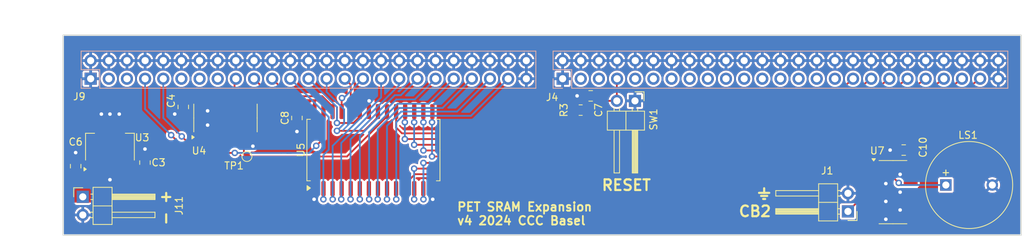
<source format=kicad_pcb>
(kicad_pcb (version 20221018) (generator pcbnew)

  (general
    (thickness 1.6)
  )

  (paper "A4")
  (title_block
    (title "CBM PET SRAM Expansion")
    (date "2024-03-10")
    (rev "4")
    (company "CCC Basel")
  )

  (layers
    (0 "F.Cu" signal)
    (31 "B.Cu" signal)
    (32 "B.Adhes" user "B.Adhesive")
    (33 "F.Adhes" user "F.Adhesive")
    (34 "B.Paste" user)
    (35 "F.Paste" user)
    (36 "B.SilkS" user "B.Silkscreen")
    (37 "F.SilkS" user "F.Silkscreen")
    (38 "B.Mask" user)
    (39 "F.Mask" user)
    (40 "Dwgs.User" user "User.Drawings")
    (41 "Cmts.User" user "User.Comments")
    (42 "Eco1.User" user "User.Eco1")
    (43 "Eco2.User" user "User.Eco2")
    (44 "Edge.Cuts" user)
    (45 "Margin" user)
    (46 "B.CrtYd" user "B.Courtyard")
    (47 "F.CrtYd" user "F.Courtyard")
    (48 "B.Fab" user)
    (49 "F.Fab" user)
    (50 "User.1" user)
    (51 "User.2" user)
    (52 "User.3" user)
    (53 "User.4" user)
    (54 "User.5" user)
    (55 "User.6" user)
    (56 "User.7" user)
    (57 "User.8" user)
    (58 "User.9" user)
  )

  (setup
    (stackup
      (layer "F.SilkS" (type "Top Silk Screen") (color "White"))
      (layer "F.Paste" (type "Top Solder Paste"))
      (layer "F.Mask" (type "Top Solder Mask") (color "Purple") (thickness 0.01))
      (layer "F.Cu" (type "copper") (thickness 0.035))
      (layer "dielectric 1" (type "core") (color "FR4 natural") (thickness 1.51) (material "FR4") (epsilon_r 4.5) (loss_tangent 0.02))
      (layer "B.Cu" (type "copper") (thickness 0.035))
      (layer "B.Mask" (type "Bottom Solder Mask") (color "Purple") (thickness 0.01))
      (layer "B.Paste" (type "Bottom Solder Paste"))
      (layer "B.SilkS" (type "Bottom Silk Screen") (color "White"))
      (copper_finish "None")
      (dielectric_constraints no)
    )
    (pad_to_mask_clearance 0)
    (aux_axis_origin 80 70)
    (pcbplotparams
      (layerselection 0x00013fc_ffffffff)
      (plot_on_all_layers_selection 0x0000000_00000000)
      (disableapertmacros false)
      (usegerberextensions false)
      (usegerberattributes true)
      (usegerberadvancedattributes true)
      (creategerberjobfile true)
      (dashed_line_dash_ratio 12.000000)
      (dashed_line_gap_ratio 3.000000)
      (svgprecision 4)
      (plotframeref false)
      (viasonmask false)
      (mode 1)
      (useauxorigin false)
      (hpglpennumber 1)
      (hpglpenspeed 20)
      (hpglpendiameter 15.000000)
      (dxfpolygonmode true)
      (dxfimperialunits true)
      (dxfusepcbnewfont true)
      (psnegative false)
      (psa4output false)
      (plotreference true)
      (plotvalue true)
      (plotinvisibletext false)
      (sketchpadsonfab false)
      (subtractmaskfromsilk true)
      (outputformat 1)
      (mirror false)
      (drillshape 0)
      (scaleselection 1)
      (outputdirectory "plot/")
    )
  )

  (net 0 "")
  (net 1 "+5V")
  (net 2 "GND")
  (net 3 "/BD0")
  (net 4 "/BD1")
  (net 5 "/BD2")
  (net 6 "/BD3")
  (net 7 "/BD4")
  (net 8 "/BD5")
  (net 9 "/BD6")
  (net 10 "/BD7")
  (net 11 "/~{SEL2}")
  (net 12 "/~{SEL3}")
  (net 13 "/~{SEL4}")
  (net 14 "/~{SEL5}")
  (net 15 "/~{SEL6}")
  (net 16 "/~{SEL7}")
  (net 17 "/~{SEL8}")
  (net 18 "/~{SEL9}")
  (net 19 "/~{SELA}")
  (net 20 "/~{SELB}")
  (net 21 "/~{RESET}")
  (net 22 "/READY")
  (net 23 "/~{NMI}")
  (net 24 "/BA0")
  (net 25 "/BA1")
  (net 26 "/BA2")
  (net 27 "/BA3")
  (net 28 "/BA4")
  (net 29 "/BA5")
  (net 30 "/BA6")
  (net 31 "/BA7")
  (net 32 "/BA8")
  (net 33 "/BA9")
  (net 34 "/BA10")
  (net 35 "/BA11")
  (net 36 "/BA12")
  (net 37 "/BA13")
  (net 38 "/BA14")
  (net 39 "/BA15")
  (net 40 "/SYNC")
  (net 41 "/~{IRQ}")
  (net 42 "/CPHI2")
  (net 43 "/BR{slash}W")
  (net 44 "/~{BR{slash}W}")
  (net 45 "unconnected-(J4-Pin_9-Pad9)")
  (net 46 "unconnected-(J4-Pin_11-Pad11)")
  (net 47 "/~{CE}")
  (net 48 "unconnected-(J9-Pin_3-Pad3)")
  (net 49 "unconnected-(J9-Pin_11-Pad11)")
  (net 50 "+9V")
  (net 51 "Net-(U4-Pad3)")
  (net 52 "unconnected-(U4-Pad12)")
  (net 53 "Net-(J1-Pin_1)")
  (net 54 "Net-(LS1-Pad1)")
  (net 55 "unconnected-(U7-Pad4)")
  (net 56 "unconnected-(U7-Pad6)")
  (net 57 "unconnected-(U7-Pad8)")
  (net 58 "unconnected-(U7-Pad10)")
  (net 59 "unconnected-(U7-Pad12)")

  (footprint "Resistor_SMD:R_0805_2012Metric" (layer "F.Cu") (at 152.4 80.5 180))

  (footprint "Package_SO:SOIC-14_3.9x8.7mm_P1.27mm" (layer "F.Cu") (at 102.7 81.6 90))

  (footprint "Capacitor_SMD:C_0805_2012Metric" (layer "F.Cu") (at 153.8 78.5 180))

  (footprint "Package_SO:SOIC-14_3.9x8.7mm_P1.27mm" (layer "F.Cu") (at 196.1 92))

  (footprint "Connector_PinHeader_2.54mm:PinHeader_1x02_P2.54mm_Horizontal" (layer "F.Cu") (at 189.8 94.7 180))

  (footprint "Capacitor_SMD:C_0805_2012Metric" (layer "F.Cu") (at 96.8 80.05 -90))

  (footprint "Capacitor_SMD:C_0805_2012Metric" (layer "F.Cu") (at 197.6 86.1 180))

  (footprint "TestPoint:TestPoint_Pad_D1.0mm" (layer "F.Cu") (at 105.7 87))

  (footprint "onitake:SOP-28_8.4x18.4mm_P1.27mm" (layer "F.Cu") (at 123.4 86.1 90))

  (footprint "Capacitor_SMD:C_0805_2012Metric" (layer "F.Cu") (at 91.436 87.856 -90))

  (footprint "Connector_PinHeader_2.54mm:PinHeader_1x02_P2.54mm_Horizontal" (layer "F.Cu") (at 82.736 92.656))

  (footprint "Connector_PinHeader_2.54mm:PinHeader_1x02_P2.54mm_Horizontal" (layer "F.Cu") (at 160 79.2 -90))

  (footprint "Capacitor_SMD:C_0805_2012Metric" (layer "F.Cu") (at 112.7 81.6 90))

  (footprint "Capacitor_SMD:C_0805_2012Metric" (layer "F.Cu") (at 81.736 88.356 -90))

  (footprint "Package_TO_SOT_SMD:SOT-223-3_TabPin2" (layer "F.Cu") (at 86.536 85.656 90))

  (footprint "Buzzer_Beeper:MagneticBuzzer_ProSignal_ABT-410-RC" (layer "F.Cu") (at 203.5 91))

  (footprint "Connector_PinSocket_2.54mm:PinSocket_2x25_P2.54mm_Vertical" (layer "B.Cu") (at 83.836 76.096 -90))

  (footprint "Connector_PinSocket_2.54mm:PinSocket_2x25_P2.54mm_Vertical" (layer "B.Cu") (at 149.876 76.096 -90))

  (gr_poly
    (pts
      (xy 80 70)
      (xy 80 98)
      (xy 214 98)
      (xy 214 70)
    )

    (stroke (width 0.2) (type solid)) (fill none) (layer "Edge.Cuts") (tstamp be272d7d-28fb-4a21-b5a9-ddee6de1039e))
  (gr_text "⏚\nCB2" (at 179.2 91.4) (layer "F.SilkS") (tstamp 7646012d-3fd8-4c16-9e64-e632e19f5c2d)
    (effects (font (size 1.5 1.5) (thickness 0.3) bold) (justify right top))
  )
  (gr_text "RESET" (at 155.2 91.9) (layer "F.SilkS") (tstamp ada680d6-551e-4b61-90bd-9334076f4bff)
    (effects (font (size 1.5 1.5) (thickness 0.3) bold) (justify left bottom))
  )
  (gr_text "PET SRAM Expansion\nv4 2024 CCC Basel" (at 135 96.7) (layer "F.SilkS") (tstamp b8bf4f42-fff9-456d-9deb-5c596e5468c6)
    (effects (font (size 1.2 1.2) (thickness 0.25) bold) (justify left bottom))
  )
  (gr_text "+ -" (at 93.636 91.556 270) (layer "F.SilkS") (tstamp f575302a-e095-4194-ad15-ebc506393443)
    (effects (font (size 1.5 1.5) (thickness 0.3) bold) (justify left bottom))
  )
  (dimension (type aligned) (layer "Dwgs.User") (tstamp 25c5cbdf-1465-4209-b7a4-4f41b235d643)
    (pts (xy 80 70) (xy 80 98))
    (height 2.764)
    (gr_text "28.0000 mm" (at 76.086 84 90) (layer "Dwgs.User") (tstamp 25c5cbdf-1465-4209-b7a4-4f41b235d643)
      (effects (font (size 1 1) (thickness 0.15)))
    )
    (format (prefix "") (suffix "") (units 3) (units_format 1) (precision 4))
    (style (thickness 0.15) (arrow_length 1.27) (text_position_mode 0) (extension_height 0.58642) (extension_offset 0.5) keep_text_aligned)
  )
  (dimension (type aligned) (layer "Dwgs.User") (tstamp dd05ee48-d460-4f4a-ba7d-423e1f3733ea)
    (pts (xy 214 70) (xy 80 70))
    (height 2.944)
    (gr_text "134.0000 mm" (at 147 65.906) (layer "Dwgs.User") (tstamp dd05ee48-d460-4f4a-ba7d-423e1f3733ea)
      (effects (font (size 1 1) (thickness 0.15)))
    )
    (format (prefix "") (suffix "") (units 3) (units_format 1) (precision 4))
    (style (thickness 0.15) (arrow_length 1.27) (text_position_mode 0) (extension_height 0.58642) (extension_offset 0.5) keep_text_aligned)
  )

  (segment (start 91.436 86.906) (end 91.436 85.956) (width 0.25) (layer "F.Cu") (net 2) (tstamp 011df45a-c56a-4cc1-9390-1a39d77c223f))
  (segment (start 115.145 91.5) (end 115.145 92.955) (width 0.25) (layer "F.Cu") (net 2) (tstamp 02e428fc-b89e-4ff2-aa00-e5637e78a4b9))
  (segment (start 100.16 82.64) (end 100.2 82.6) (width 0.25) (layer "F.Cu") (net 2) (tstamp 08643dd7-0e56-4c10-8129-6da5e9ff696d))
  (segment (start 152.85 78.5) (end 151.9 78.5) (width 0.25) (layer "F.Cu") (net 2) (tstamp 09936fb2-eb94-4d8a-9873-04801f5759f6))
  (segment (start 198.575 94.54) (end 197.14 94.54) (width 0.25) (layer "F.Cu") (net 2) (tstamp 1482c956-abc3-474e-9c44-dd85ed1c79a5))
  (segment (start 106.546 84.181) (end 106.546 85.546) (width 0.25) (layer "F.Cu") (net 2) (tstamp 1989c981-e8c9-437e-aa18-336ba27d20e3))
  (segment (start 195.09 95.81) (end 195.1 95.8) (width 0.25) (layer "F.Cu") (net 2) (tstamp 29a40108-5228-4af4-80d7-043e85ecf87c))
  (segment (start 198.575 92) (end 197.1 92) (width 0.25) (layer "F.Cu") (net 2) (tstamp 34c72102-0527-43f2-ac2d-dc100356b65f))
  (segment (start 86.536 82.506) (end 86.536 82.356) (width 0.25) (layer "F.Cu") (net 2) (tstamp 362d9b5f-ddf7-4b1b-9215-d9322123890b))
  (segment (start 81.736 87.406) (end 81.736 86.456) (width 0.25) (layer "F.Cu") (net 2) (tstamp 3f95890b-961e-49b9-9d7b-2cd1f8c21a78))
  (segment (start 87.836 81.056) (end 87.836 81.206) (width 0.25) (layer "F.Cu") (net 2) (tstamp 42078092-6477-4064-9e11-ff3e9c803262))
  (segment (start 122.765 79.235) (end 122.8 79.2) (width 0.25) (layer "F.Cu") (net 2) (tstamp 59ff3eb3-df33-482e-bbb8-6d74183c77e2))
  (segment (start 195.03 90.73) (end 195.1 90.8) (width 0.25) (layer "F.Cu") (net 2) (tstamp 6643003a-2bb1-416f-9aa8-d284c1d14da0))
  (segment (start 86.536 82.506) (end 86.536 81.056) (width 0.25) (layer "F.Cu") (net 2) (tstamp 68effc70-a377-4b29-a7e5-3ae799e4d3e2))
  (segment (start 131.655 92.955) (end 131.7 93) (width 0.25) (layer "F.Cu") (net 2) (tstamp 6b0dc4ff-1eac-4d59-be5b-ee9f5843a141))
  (segment (start 131.655 91.5) (end 131.655 92.955) (width 0.25) (layer "F.Cu") (net 2) (tstamp 76ad35f1-bcdd-401b-9fce-e92a3b34e5cf))
  (segment (start 86.536 88.806) (end 86.536 90.256) (width 0.25) (layer "F.Cu") (net 2) (tstamp 889a37ba-2ec4-4389-821d-231ac85d581b))
  (segment (start 193.625 93.27) (end 195.07 93.27) (width 0.25) (layer "F.Cu") (net 2) (tstamp 89621a81-2042-4e5a-8036-0719959964da))
  (segment (start 100.16 79.125) (end 100.16 80.56) (width 0.25) (layer "F.Cu") (net 2) (tstamp 9078e618-2aa9-43e9-958d-a3c79df963c4))
  (segment (start 197.14 94.54) (end 197.1 94.5) (width 0.25) (layer "F.Cu") (net 2) (tstamp 99c546e6-4963-488d-b292-bf2508370e78))
  (segment (start 87.836 81.206) (end 86.536 82.506) (width 0.25) (layer "F.Cu") (net 2) (tstamp ab747960-7093-45f9-b1f1-cd9fd0f1d8b8))
  (segment (start 197.14 89.46) (end 197.1 89.5) (width 0.25) (layer "F.Cu") (net 2) (tstamp acd7b423-ae79-4cfc-9d7b-8bea6b658463))
  (segment (start 98.89 84.075) (end 100.16 84.075) (width 0.25) (layer "F.Cu") (net 2) (tstamp ad363c8d-bb74-4beb-bc6b-70b8237f3fd4))
  (segment (start 100.16 80.56) (end 100.2 80.6) (width 0.25) (layer "F.Cu") (net 2) (tstamp b20ca6bd-30a2-4d0c-91ff-418769c11137))
  (segment (start 198.575 89.46) (end 197.14 89.46) (width 0.25) (layer "F.Cu") (net 2) (tstamp b47068d2-18f8-49d0-ba1e-c76e5dffc803))
  (segment (start 115.145 92.955) (end 115.1 93) (width 0.25) (layer "F.Cu") (net 2) (tstamp beeb7810-4174-4d7b-9a93-2abea3d35cc6))
  (segment (start 112.7 82.55) (end 112.7 83.5) (width 0.25) (layer "F.Cu") (net 2) (tstamp c1c69e82-24b6-4de5-8a2d-c008c05670bb))
  (segment (start 196.65 86.1) (end 195.7 86.1) (width 0.25) (layer "F.Cu") (net 2) (tstamp c6a54b24-2acf-4893-a7b1-616ae1d8d61a))
  (segment (start 193.625 90.73) (end 195.03 90.73) (width 0.25) (layer "F.Cu") (net 2) (tstamp c9d83432-a6fd-4147-835f-0b1bbf774727))
  (segment (start 195.07 93.27) (end 195.1 93.3) (width 0.25) (layer "F.Cu") (net 2) (tstamp ca08fddb-c3eb-48be-aea6-bc4266909179))
  (segment (start 122.765 80.7) (end 122.765 79.235) (width 0.25) (layer "F.Cu") (net 2) (tstamp cf5a0d34-70a6-4b58-838f-1ce8db114a19))
  (segment (start 85.336 81.306) (end 85.336 81.056) (width 0.25) (layer "F.Cu") (net 2) (tstamp d3c403c2-b69d-4e1c-99b8-149abd142414))
  (segment (start 86.536 82.506) (end 85.336 81.306) (width 0.25) (layer "F.Cu") (net 2) (tstamp d6491325-e906-477a-8f83-c8392cc6110f))
  (segment (start 106.546 85.546) (end 106.536 85.556) (width 0.25) (layer "F.Cu") (net 2) (tstamp e50a67c0-8908-49ba-b1df-c003ad73d663))
  (segment (start 193.625 95.81) (end 195.09 95.81) (width 0.25) (layer "F.Cu") (net 2) (tstamp e94966a7-427d-43fd-bd49-8b41e8731278))
  (segment (start 100.16 84.075) (end 100.16 82.64) (width 0.25) (layer "F.Cu") (net 2) (tstamp f412aecd-c210-4b3d-8eb9-e882dd5c501e))
  (segment (start 95.644 81.006) (end 95.6 81.05) (width 0.25) (layer "F.Cu") (net 2) (tstamp f5e250d8-bd92-4f93-83c9-a7dd879221ca))
  (segment (start 96.786 81.006) (end 95.644 81.006) (width 0.25) (layer "F.Cu") (net 2) (tstamp fbbf6420-a820-4acd-bd20-864b2326a1d4))
  (via (at 86.536 81.056) (size 0.9) (drill 0.5) (layers "F.Cu" "B.Cu") (net 2) (tstamp 0da8a494-c134-49fe-b3a9-f9b3426eed95))
  (via (at 195.1 90.8) (size 0.9) (drill 0.5) (layers "F.Cu" "B.Cu") (net 2) (tstamp 254862bb-c0b3-46a3-ab33-10a0a737c0f7))
  (via (at 86.536 90.256) (size 0.9) (drill 0.5) (layers "F.Cu" "B.Cu") (net 2) (tstamp 3cfaebeb-7fe8-4b5d-92f6-c84a2aab1056))
  (via (at 91.436 85.956) (size 0.9) (drill 0.5) (layers "F.Cu" "B.Cu") (net 2) (tstamp 435c66de-af88-4171-a0b0-b8a13dccdc14))
  (via (at 197.1 94.5) (size 0.9) (drill 0.5) (layers "F.Cu" "B.Cu") (net 2) (tstamp 48c3ef83-012f-4a8e-bcad-a6fd30122d65))
  (via (at 95.6 81.05) (size 0.9) (drill 0.5) (layers "F.Cu" "B.Cu") (net 2) (tstamp 499cbfd1-0075-484f-a404-c5eff30afd46))
  (via (at 195.7 86.1) (size 0.9) (drill 0.5) (layers "F.Cu" "B.Cu") (net 2) (tstamp 569fec2b-9f61-4630-8876-f74c1f61c9ff))
  (via (at 100.2 82.6) (size 0.9) (drill 0.5) (layers "F.Cu" "B.Cu") (net 2) (tstamp 672268ce-e32c-4812-ad17-6428ea38b051))
  (via (at 106.536 85.556) (size 0.9) (drill 0.5) (layers "F.Cu" "B.Cu") (net 2) (tstamp 6de8f9c1-096d-41ff-a901-6a6dfa13d2ec))
  (via (at 85.336 81.056) (size 0.9) (drill 0.5) (layers "F.Cu" "B.Cu") (net 2) (tstamp 7eec2928-bca4-4d37-9646-3aba21192767))
  (via (at 87.836 81.056) (size 0.9) (drill 0.5) (layers "F.Cu" "B.Cu") (net 2) (tstamp 83324a08-e1b8-4a03-8032-158e41eae093))
  (via (at 81.736 86.456) (size 0.9) (drill 0.5) (layers "F.Cu" "B.Cu") (net 2) (tstamp 937a74fe-deb6-42a4-9615-0ba7fc53e4ce))
  (via (at 195.1 95.8) (size 0.9) (drill 0.5) (layers "F.Cu" "B.Cu") (net 2) (tstamp a08dc7e5-1aa7-4059-a554-64451ee2be7e))
  (via (at 151.9 78.5) (size 0.9) (drill 0.5) (layers "F.Cu" "B.Cu") (net 2) (tstamp a612e9e5-1c63-443a-8260-f00bab1076ae))
  (via (at 112.7 83.5) (size 0.9) (drill 0.5) (layers "F.Cu" "B.Cu") (net 2) (tstamp b0612053-dc0e-4c72-97ae-fd3071074bb9))
  (via (at 131.7 93) (size 0.9) (drill 0.5) (layers "F.Cu" "B.Cu") (net 2) (tstamp bd2dc587-7215-42a7-bf75-51fc163c1ea4))
  (via (at 195.1 93.3) (size 0.9) (drill 0.5) (layers "F.Cu" "B.Cu") (net 2) (tstamp c0a9f111-e6d5-4f0d-8805-19c4a86018ba))
  (via (at 115.1 93) (size 0.9) (drill 0.5) (layers "F.Cu" "B.Cu") (net 2) (tstamp db492f56-097b-4e0a-b16e-23a3deb2ae6d))
  (via (at 122.8 79.2) (size 0.9) (drill 0.5) (layers "F.Cu" "B.Cu") (net 2) (tstamp dd6a9648-dc39-4174-8cc3-cce841d1eb70))
  (via (at 100.2 80.6) (size 0.9) (drill 0.5) (layers "F.Cu" "B.Cu") (net 2) (tstamp e16e416c-8c3d-4eb4-896d-6bc0042c9b80))
  (via (at 197.1 92) (size 0.9) (drill 0.5) (layers "F.Cu" "B.Cu") (net 2) (tstamp f161af5e-c288-4147-90c1-d1a1e39ab493))
  (via (at 197.1 89.5) (size 0.9) (drill 0.5) (layers "F.Cu" "B.Cu") (net 2) (tstamp f1e7b911-10fd-4281-8f0a-7e8b18dc0e47))
  (segment (start 129.21907 89.48093) (end 139.4 89.48093) (width 0.25) (layer "F.Cu") (net 3) (tstamp 1e6cd515-6a65-4a95-a4a8-353b87848d7d))
  (segment (start 141.2 89.48093) (end 198.236 83.456) (width 0.25) (layer "F.Cu") (net 3) (tstamp 4377e920-9488-4dab-b6a9-a1cc8a6c0fbb))
  (segment (start 198.236 83.456) (end 208.296 76.096) (width 0.25) (layer "F.Cu") (net 3) (tstamp 5f48dd48-ebc5-4c5f-bcab-c23a9c526fd4))
  (segment (start 141.2 89.48093) (end 139.4 89.48093) (width 0.25) (layer "F.Cu") (net 3) (tstamp 9dbe8d23-5dbc-4fa6-9ece-1d3dd489a4d7))
  (segment (start 139.4 89.48093) (end 139.321831 89.48093) (width 0.25) (layer "F.Cu") (net 3) (tstamp b163a6ae-4a87-4853-81e0-bddeebdad45f))
  (segment (start 127.845 90.855) (end 129.21907 89.48093) (width 0.25) (layer "F.Cu") (net 3) (tstamp c7ce0e2c-7c00-40e0-9109-80112e8a578a))
  (segment (start 127.845 91.5) (end 127.845 90.855) (width 0.25) (layer "F.Cu") (net 3) (tstamp f7e3997c-caa8-4746-902d-96c6b4fc5ea1))
  (segment (start 129.115 92.985) (end 129.1 93) (width 0.25) (layer "F.Cu") (net 4) (tstamp 2d786f91-1315-4f92-ae69-2981c1dd05ba))
  (segment (start 129.1 88.7) (end 141.226867 88.7) (width 0.25) (layer "F.Cu") (net 4) (tstamp 9abfb237-395f-4138-9d4d-2bbcb148fa61))
  (segment (start 129.115 91.5) (end 129.115 92.985) (width 0.25) (layer "F.Cu") (net 4) (tstamp a054cc1e-6b66-4cc8-b942-0b91bbb0008d))
  (segment (start 197.136 82.556) (end 205.756 76.096) (width 0.25) (layer "F.Cu") (net 4) (tstamp a7e4fffc-9c57-4788-bf5e-543a4ae7b240))
  (segment (start 141.3 88.626867) (end 197.136 82.556) (width 0.25) (layer "F.Cu") (net 4) (tstamp c9063b86-5f47-4a34-894c-805e4d2ab3de))
  (via (at 129.1 88.7) (size 0.9) (drill 0.5) (layers "F.Cu" "B.Cu") (net 4) (tstamp 46f19b54-4e4b-4f01-8607-662dee1df27d))
  (via (at 129.1 93) (size 0.9) (drill 0.5) (layers "F.Cu" "B.Cu") (net 4) (tstamp c4456c2d-9530-47a0-875b-cbad57d9d1b4))
  (segment (start 129.1 93) (end 129.1 88.6) (width 0.25) (layer "B.Cu") (net 4) (tstamp b40a4a98-aec0-43c5-9338-b8b44164ddab))
  (segment (start 130.4 87.9) (end 141.188751 87.9) (width 0.25) (layer "F.Cu") (net 5) (tstamp 4ec8eb54-7cb4-4701-b674-0718a9d49e11))
  (segment (start 140.8 87.844469) (end 141.3 87.788751) (width 0.25) (layer "F.Cu") (net 5) (tstamp bad4c6eb-c2b7-423d-b7d9-fde0f6001189))
  (segment (start 195.436 81.756) (end 203.216 76.096) (width 0.25) (layer "F.Cu") (net 5) (tstamp be87b0d6-0f90-4588-bb6c-a81be9b02549))
  (segment (start 141.3 87.788751) (end 195.436 81.756) (width 0.25) (layer "F.Cu") (net 5) (tstamp c77f6f23-8105-4209-97e9-c38b2e47aa90))
  (segment (start 130.385 91.5) (end 130.385 92.985) (width 0.25) (layer "F.Cu") (net 5) (tstamp c94ca107-2e11-4778-852b-8784a0a9e929))
  (segment (start 130.385 92.985) (end 130.4 93) (width 0.25) (layer "F.Cu") (net 5) (tstamp e8cdcac2-8c23-4329-b446-54bced7b524a))
  (via (at 130.4 87.9) (size 0.9) (drill 0.5) (layers "F.Cu" "B.Cu") (net 5) (tstamp b1f6acc5-865b-432f-a457-e69810d5808b))
  (via (at 130.4 93) (size 0.9) (drill 0.5) (layers "F.Cu" "B.Cu") (net 5) (tstamp d9d9eb82-bfbc-42a1-9871-f14ec61934e1))
  (segment (start 130.4 93) (end 130.4 87.9) (width 0.25) (layer "B.Cu") (net 5) (tstamp 512acc34-a99a-407f-84f3-2ca216102882))
  (segment (start 140.9 86.999082) (end 193.936 80.956) (width 0.25) (layer "F.Cu") (net 6) (tstamp 13700c5e-891c-43af-810a-23caba432aa0))
  (segment (start 131.6 87) (end 140.899082 87) (width 0.25) (layer "F.Cu") (net 6) (tstamp 415f0d7f-0f4e-4d81-a580-d10ae8b0a2a9))
  (segment (start 193.936 80.956) (end 200.676 76.096) (width 0.25) (layer "F.Cu") (net 6) (tstamp 4e76c70b-60ed-4433-9857-4afdae5bbfb4))
  (segment (start 131.655 82.145) (end 131.6 82.2) (width 0.25) (layer "F.Cu") (net 6) (tstamp 52fd5f7d-d249-477d-8722-4ed09ee8abd2))
  (segment (start 131.655 80.7) (end 131.655 82.145) (width 0.25) (layer "F.Cu") (net 6) (tstamp 78e59600-1478-4f61-a11d-e56c7ae71657))
  (segment (start 140.899082 87) (end 140.9 86.999082) (width 0.25) (layer "F.Cu") (net 6) (tstamp f4dcf2f0-077c-4cc2-8b3f-f2e425d879b7))
  (via (at 131.6 82.2) (size 0.9) (drill 0.5) (layers "F.Cu" "B.Cu") (net 6) (tstamp 70d2d356-e304-46ee-a940-1f04b0373069))
  (via (at 131.6 87) (size 0.9) (drill 0.5) (layers "F.Cu" "B.Cu") (net 6) (tstamp dac09345-4a8e-47e9-bb77-255a266ae577))
  (segment (start 131.6 82.2) (end 131.6 87) (width 0.25) (layer "B.Cu") (net 6) (tstamp 875c3fa9-e731-4697-bb48-7c5b2da64d59))
  (segment (start 138.636 86.156) (end 130.4 86.156) (width 0.25) (layer "F.Cu") (net 7) (tstamp 64881183-2f7a-4cc5-9c94-7019a976de55))
  (segment (start 192.536 80.156) (end 138.636 86.156) (width 0.25) (layer "F.Cu") (net 7) (tstamp 87330fb0-7ba5-4249-89cd-d3da11a912aa))
  (segment (start 130.385 82.185) (end 130.4 82.2) (width 0.25) (layer "F.Cu") (net 7) (tstamp 935f14c8-7aa4-4d48-aeae-b4c0833e51c4))
  (segment (start 130.385 80.7) (end 130.385 82.185) (width 0.25) (layer "F.Cu") (net 7) (tstamp 9fb51dc2-c9fa-4d8d-8977-6aafa332a0b1))
  (segment (start 198.136 76.096) (end 192.536 80.156) (width 0.25) (layer "F.Cu") (net 7) (tstamp b15e6981-0138-4226-a6a5-0d4639d80d1c))
  (via (at 130.4 86.156) (size 0.9) (drill 0.5) (layers "F.Cu" "B.Cu") (net 7) (tstamp 438a8555-730a-48fc-8be8-7a732567203a))
  (via (at 130.4 82.2) (size 0.9) (drill 0.5) (layers "F.Cu" "B.Cu") (net 7) (tstamp f327f6f6-8151-4ce9-a0a3-b40d6beef89c))
  (segment (start 130.4 82.2) (end 130.4 86.156) (width 0.25) (layer "B.Cu") (net 7) (tstamp 2d3637b7-0f13-46b0-916c-34f66978453d))
  (segment (start 138.636 85.356) (end 191.336 79.256) (width 0.25) (layer "F.Cu") (net 8) (tstamp 01e109a5-e999-410d-b49b-322c4b56062d))
  (segment (start 129.1 85.356) (end 138.636 85.356) (width 0.25) (layer "F.Cu") (net 8) (tstamp 73addbc6-5ca8-47c0-8895-6c75c950df61))
  (segment (start 191.336 79.256) (end 195.596 76.096) (width 0.25) (layer "F.Cu") (net 8) (tstamp 783dcef2-8806-4070-aca7-381e809ed0dd))
  (segment (start 129.115 80.7) (end 129.115 82.185) (width 0.25) (layer "F.Cu") (net 8) (tstamp 82a1157b-5fef-45fe-ad94-c9dc593ab67f))
  (segment (start 129.115 82.185) (end 129.1 82.2) (width 0.25) (layer "F.Cu") (net 8) (tstamp fe8293e3-6bc0-433f-baa5-d403b6c21fe3))
  (via (at 129.1 82.2) (size 0.9) (drill 0.5) (layers "F.Cu" "B.Cu") (net 8) (tstamp 1d4b20a1-5a7e-44e5-ab27-92dc9b23a79d))
  (via (at 129.1 85.356) (size 0.9) (drill 0.5) (layers "F.Cu" "B.Cu") (net 8) (tstamp 9e1da13b-3485-4d90-9f72-2f7d4a03a5c5))
  (segment (start 129.1 82.2) (end 129.1 85.356) (width 0.25) (layer "B.Cu") (net 8) (tstamp d5d21139-cc80-461e-94aa-0a8013fe6f79))
  (segment (start 127.845 80.7) (end 127.845 82.155) (width 0.25) (layer "F.Cu") (net 9) (tstamp 308723c0-1c24-4ee6-8f3d-e4a18becde29))
  (segment (start 127.845 82.155) (end 127.8 82.2) (width 0.25) (layer "F.Cu") (net 9) (tstamp 6277b2e1-bdd6-450f-a50a-d9f05e869545))
  (segment (start 138.636 84.556) (end 127.8 84.556) (width 0.25) (layer "F.Cu") (net 9) (tstamp a6b92af1-24eb-4e92-80d9-478bb8c436bf))
  (segment (start 189.936 78.456) (end 138.636 84.556) (width 0.25) (layer "F.Cu") (net 9) (tstamp b7cf3c08-4566-493d-81fc-76152365f243))
  (segment (start 193.056 76.096) (end 189.936 78.456) (width 0.25) (layer "F.Cu") (net 9) (tstamp e39a6c5a-9dea-4971-a421-836b654259a4))
  (via (at 127.8 82.2) (size 0.9) (drill 0.5) (layers "F.Cu" "B.Cu") (net 9) (tstamp 98f271c1-dc65-44d4-a6a9-1ca3cf36565f))
  (via (at 127.8 84.556) (size 0.9) (drill 0.5) (layers "F.Cu" "B.Cu") (net 9) (tstamp a4ff440f-2ea2-4a66-bac7-a6056d50e274))
  (segment (start 127.8 82.2) (end 127.8 84.556) (width 0.25) (layer "B.Cu") (net 9) (tstamp 91b5c6cb-f6f5-48bc-8169-9ca2886b5aa3))
  (segment (start 188.836 77.556) (end 138.636 83.756) (width 0.25) (layer "F.Cu") (net 10) (tstamp 23e087a9-501e-47be-9f7e-e404df1bcd4d))
  (segment (start 190.516 76.096) (end 188.836 77.556) (width 0.25) (layer "F.Cu") (net 10) (tstamp 35c33f3e-350f-44e5-884f-54e4e6bee590))
  (segment (start 126.575 80.7) (end 126.575 82.931) (width 0.25) (layer "F.Cu") (net 10) (tstamp e38bf398-0561-4ed0-bfee-a2d18e6dbdf5))
  (segment (start 138.636 83.756) (end 127.4 83.756) (width 0.25) (layer "F.Cu") (net 10) (tstamp ef7b87bd-27fe-4b54-8afd-eaef59a12f05))
  (segment (start 126.575 82.931) (end 127.4 83.756) (width 0.25) (layer "F.Cu") (net 10) (tstamp f55c966d-42ae-4c32-879c-a86c591f24ce))
  (segment (start 157.46 76.132) (end 157.46 79.2) (width 0.25) (layer "F.Cu") (net 21) (tstamp 1c58a734-9233-4765-bf81-0cce6e05021e))
  (segment (start 154.75 78.75) (end 153.3125 80.1875) (width 0.25) (layer "F.Cu") (net 21) (tstamp 2314484d-83af-4de8-99af-5dbf64b0f33e))
  (segment (start 153.3125 80.1875) (end 153.3125 80.5) (width 0.25) (layer "F.Cu") (net 21) (tstamp 4cf663d1-14a0-49a5-a48a-5e9dbe418a22))
  (segment (start 154.75 78.5) (end 154.75 78.75) (width 0.25) (layer "F.Cu") (net 21) (tstamp 68a30df9-a8f4-4cac-abab-6d9f5f5f4622))
  (segment (start 157.46 79.2) (end 155.3 79.2) (width 0.25) (layer "F.Cu") (net 21) (tstamp 9d49c2a8-c902-4399-b6ef-b6a1522720ae))
  (segment (start 154.75 78.65) (end 154.75 78.5) (width 0.25) (layer "F.Cu") (net 21) (tstamp a56ab1e9-35bb-4f82-94b1-8fa3b754c032))
  (segment (start 155.3 79.2) (end 154.75 78.65) (width 0.25) (layer "F.Cu") (net 21) (tstamp cec41576-a285-4f01-bf4f-ade479f91936))
  (segment (start 157.496 76.096) (end 157.46 76.132) (width 0.25) (layer "F.Cu") (net 21) (tstamp f34e2ea7-c6f2-44b5-9267-d6e5baf0f496))
  (segment (start 126.575 91.5) (end 126.575 92.975) (width 0.25) (layer "F.Cu") (net 24) (tstamp 1e6cb2a0-74ae-4ef1-8439-5eca079c28b5))
  (segment (start 126.575 92.975) (end 126.6 93) (width 0.25) (layer "F.Cu") (net 24) (tstamp 5c25b3ea-01da-4474-b826-4c263679edcb))
  (via (at 126.6 93) (size 0.9) (drill 0.5) (layers "F.Cu" "B.Cu") (net 24) (tstamp 5c01657e-c25f-4132-bfab-e07fea2ca3a5))
  (segment (start 137.052 81.3) (end 142.256 76.096) (width 0.25) (layer "B.Cu") (net 24) (tstamp 301b2ded-a149-44b8-88d2-2fe34ce75fce))
  (segment (start 126.6 82.2) (end 127.5 81.3) (width 0.25) (layer "B.Cu") (net 24) (tstamp 4462e4b7-5154-491f-8126-5bb9e57dd779))
  (segment (start 126.6 93) (end 126.6 82.2) (width 0.25) (layer "B.Cu") (net 24) (tstamp 86c7309e-9b16-42f6-8bfb-4682d7569bae))
  (segment (start 127.5 81.3) (end 137.052 81.3) (width 0.25) (layer "B.Cu") (net 24) (tstamp 95814f7d-a824-4fde-ae7a-83fd9f7345c3))
  (segment (start 125.305 91.5) (end 125.305 92.995) (width 0.25) (layer "F.Cu") (net 25) (tstamp 3a840fc5-44bb-43cf-a76c-287bf60505d2))
  (segment (start 125.305 92.995) (end 125.3 93) (width 0.25) (layer "F.Cu") (net 25) (tstamp 954aca77-0b18-4704-8205-afaa88067e30))
  (via (at 125.3 93) (size 0.9) (drill 0.5) (layers "F.Cu" "B.Cu") (net 25) (tstamp 2687c096-66fb-4deb-bb4f-3c0d365c19bd))
  (segment (start 125.3 82.7) (end 127.3 80.7) (width 0.25) (layer "B.Cu") (net 25) (tstamp 1b1b677b-f62d-4fa1-87a3-6ba60a8ede49))
  (segment (start 135.112 80.7) (end 139.716 76.096) (width 0.25) (layer "B.Cu") (net 25) (tstamp 23a7d231-0a29-424d-8d7c-c7f4875fc4e1))
  (segment (start 125.3 93) (end 125.3 82.7) (width 0.25) (layer "B.Cu") (net 25) (tstamp 91cae37f-52c2-4152-b379-4ea9c5bdf6ff))
  (segment (start 127.3 80.7) (end 135.112 80.7) (width 0.25) (layer "B.Cu") (net 25) (tstamp 9954fbc5-9b5e-4a21-8b51-a2aa086f0c32))
  (segment (start 124.035 92.965) (end 124 93) (width 0.25) (layer "F.Cu") (net 26) (tstamp 02d3270c-82e1-4023-86b7-acd6230a3cb7))
  (segment (start 124.035 91.5) (end 124.035 92.965) (width 0.25) (layer "F.Cu") (net 26) (tstamp f84b4a15-e82a-4045-805f-e0a073103873))
  (via (at 124 93) (size 0.9) (drill 0.5) (layers "F.Cu" "B.Cu") (net 26) (tstamp b0bb5154-841e-454a-b915-69cce9622607))
  (segment (start 127 80.2) (end 133.072 80.2) (width 0.25) (layer "B.Cu") (net 26) (tstamp 873aa0dc-15cc-45a1-b9b8-8a00b1a7677b))
  (segment (start 124 83.2) (end 127 80.2) (width 0.25) (layer "B.Cu") (net 26) (tstamp 889a2552-c0f9-4330-8026-0852ffb57fa8))
  (segment (start 124 93) (end 124 83.2) (width 0.25) (layer "B.Cu") (net 26) (tstamp 9fef6e1f-d905-4103-87f0-9fb72d0bf0d9))
  (segment (start 133.072 80.2) (end 137.176 76.096) (width 0.25) (layer "B.Cu") (net 26) (tstamp a7bcbfad-b448-4a0c-b096-906e4a56175f))
  (segment (start 122.765 91.5) (end 122.765 92.965) (width 0.25) (layer "F.Cu") (net 27) (tstamp 2879551b-520d-47d5-93e9-1fbae7f3a2d5))
  (segment (start 122.765 92.965) (end 122.8 93) (width 0.25) (layer "F.Cu") (net 27) (tstamp 50616682-32e4-482c-92cf-a51c87eb76ad))
  (via (at 122.8 93) (size 0.9) (drill 0.5) (layers "F.Cu" "B.Cu") (net 27) (tstamp bc34f387-c0ae-4e3b-a000-4f105c992736))
  (segment (start 122.8 93) (end 122.8 83.6) (width 0.25) (layer "B.Cu") (net 27) (tstamp 27f77295-84a0-41d2-aaac-1a8ea69913cb))
  (segment (start 131.132 79.6) (end 134.636 76.096) (width 0.25) (layer "B.Cu") (net 27) (tstamp 3453850c-aa5f-431c-9483-16fb74fb3498))
  (segment (start 122.8 83.6) (end 126.8 79.6) (width 0.25) (layer "B.Cu") (net 27) (tstamp 4c6537ce-9f67-4487-aa28-526752cb2aee))
  (segment (start 126.8 79.6) (end 131.132 79.6) (width 0.25) (layer "B.Cu") (net 27) (tstamp de260637-8134-42a7-8170-f5cdacc1c348))
  (segment (start 121.495 91.5) (end 121.495 92.995) (width 0.25) (layer "F.Cu") (net 28) (tstamp bfc9d0f7-6882-448d-a00d-baf842567619))
  (segment (start 121.495 92.995) (end 121.5 93) (width 0.25) (layer "F.Cu") (net 28) (tstamp ec236f10-6ac6-442c-8de8-ee4b5b5c2e4e))
  (via (at 121.5 93) (size 0.9) (drill 0.5) (layers "F.Cu" "B.Cu") (net 28) (tstamp 322c0eb4-e3ec-4ff1-bc07-c09bca58f20b))
  (segment (start 129.192 79) (end 132.096 76.096) (width 0.25) (layer "B.Cu") (net 28) (tstamp 0443d685-7a79-4db4-9349-9730a00a77b2))
  (segment (start 121.5 84.1) (end 126.6 79) (width 0.25) (layer "B.Cu") (net 28) (tstamp 92d49005-5ac6-4b84-9839-c53f963b220e))
  (segment (start 121.5 93) (end 121.5 84.1) (width 0.25) (layer "B.Cu") (net 28) (tstamp bacd9cdb-6d81-4d21-bd78-c1c83d8d922d))
  (segment (start 126.6 79) (end 129.192 79) (width 0.25) (layer "B.Cu") (net 28) (tstamp f766b8ec-e677-4dbe-9aac-4df3468c74f0))
  (segment (start 120.225 91.5) (end 120.225 92.975) (width 0.25) (layer "F.Cu") (net 29) (tstamp 653d3447-582d-46cc-af1b-80ddb98a9b3a))
  (segment (start 120.225 92.975) (end 120.2 93) (width 0.25) (layer "F.Cu") (net 29) (tstamp 9358d784-e396-47e9-a21c-1bd3f5c9fa19))
  (via (at 120.2 93) (size 0.9) (drill 0.5) (layers "F.Cu" "B.Cu") (net 29) (tstamp f7222fd7-024f-4856-b684-cd3c462ba71e))
  (segment (start 127.252 78.4) (end 129.556 76.096) (width 0.25) (layer "B.Cu") (net 29) (tstamp 499843dc-cd66-407c-99f7-1e519619e6c2))
  (segment (start 126.4 78.4) (end 127.252 78.4) (width 0.25) (layer "B.Cu") (net 29) (tstamp 9c152cc6-bbba-4a26-86fd-22392be05e2b))
  (segment (start 120.2 84.6) (end 126.4 78.4) (width 0.25) (layer "B.Cu") (net 29) (tstamp a8562087-57b3-4e81-ad3a-2db56c6abfd4))
  (segment (start 120.2 93) (end 120.2 84.6) (width 0.25) (layer "B.Cu") (net 29) (tstamp d709c695-fbe3-4f01-bef9-c22217102eff))
  (segment (start 118.955 92.945) (end 118.9 93) (width 0.25) (layer "F.Cu") (net 30) (tstamp 110b9e53-f1be-4d8f-bdc1-9c0f44996ab7))
  (segment (start 118.955 91.5) (end 118.955 92.945) (width 0.25) (layer "F.Cu") (net 30) (tstamp 84c67328-2a7a-4b42-911a-56354910b052))
  (via (at 118.9 93) (size 0.9) (drill 0.5) (layers "F.Cu" "B.Cu") (net 30) (tstamp 3ab56e1e-74ad-481e-9178-11b432195c20))
  (segment (start 127.016 76.984) (end 127.016 76.096) (width 0.25) (layer "B.Cu") (net 30) (tstamp 6173c2bb-bb96-4b03-a3a5-73b8becceef7))
  (segment (start 118.9 93) (end 118.9 85.1) (width 0.25) (layer "B.Cu") (net 30) (tstamp a028f464-ca43-4e2b-924e-3a030bf7cc6b))
  (segment (start 118.9 85.1) (end 127.016 76.984) (width 0.25) (layer "B.Cu") (net 30) (tstamp cdeaa0ef-1f7e-4c48-ab30-95313e519f8f))
  (segment (start 117.685 91.5) (end 117.685 92.985) (width 0.25) (layer "F.Cu") (net 31) (tstamp 4e13cab6-be6b-4dba-83ae-0f5dab58473c))
  (segment (start 117.685 92.985) (end 117.7 93) (width 0.25) (layer "F.Cu") (net 31) (tstamp ea40af35-cdfb-43cb-a6cf-58499918e3ce))
  (via (at 117.7 93) (size 0.9) (drill 0.5) (layers "F.Cu" "B.Cu") (net 31) (tstamp 2986cc84-70ac-401e-b184-1e69427abcef))
  (segment (start 117.7 85.5) (end 124.476 78.724) (width 0.25) (layer "B.Cu") (net 31) (tstamp 118523ed-90ae-4525-bfcd-f59e3f36d547))
  (segment (start 117.7 93) (end 117.7 85.5) (width 0.25) (layer "B.Cu") (net 31) (tstamp 9a653a07-b0b6-4625-8ae8-3f3639d0b391))
  (segment (start 124.476 78.724) (end 124.476 76.096) (width 0.25) (layer "B.Cu") (net 31) (tstamp f425a1d3-8c23-446f-b61d-3de6a492f4cb))
  (segment (start 118.955 80.7) (end 118.955 78.845) (width 0.25) (layer "F.Cu") (net 32) (tstamp 8b9ec4a0-c2dd-4abf-abb3-a98c57ec0100))
  (segment (start 118.955 78.845) (end 119 78.8) (width 0.25) (layer "F.Cu") (net 32) (tstamp a4e5975d-cf2e-4ba6-b0cd-d953da7427ea))
  (via (at 119 78.8) (size 0.9) (drill 0.5) (layers "F.Cu" "B.Cu") (net 32) (tstamp 782551f8-f1da-45f9-b910-bfa353963dcd))
  (segment (start 119 78.8) (end 119.232 78.8) (width 0.25) (layer "B.Cu") (net 32) (tstamp 3128226b-fb85-430b-ae5c-aaf78c3b8549))
  (segment (start 119.232 78.8) (end 121.936 76.096) (width 0.25) (layer "B.Cu") (net 32) (tstamp 81ed4db9-96c7-4094-ae65-3ca6a656781c))
  (segment (start 120.225 76.925) (end 119.396 76.096) (width 0.25) (layer "F.Cu") (net 33) (tstamp 5ed10718-8e64-4eaa-a5e9-2f9815fa0a89))
  (segment (start 120.225 80.7) (end 120.225 76.925) (width 0.25) (layer "F.Cu") (net 33) (tstamp 62534255-16d9-4546-aee0-653d2381e1dd))
  (segment (start 122.3 83.2) (end 122.1 83.4) (width 0.25) (layer "F.Cu") (net 34) (tstamp 4cf6133a-90cf-4e01-ac78-237859355df7))
  (segment (start 124.035 81.465) (end 123.2 82.3) (width 0.25) (layer "F.Cu") (net 34) (tstamp 763d253b-4513-4b8f-b727-281619585baf))
  (segment (start 123.2 82.3) (end 122.3 83.2) (width 0.25) (layer "F.Cu") (net 34) (tstamp 78cb8892-9eee-45ef-87f9-a47569138c8d))
  (segment (start 122.1 83.4) (end 118.3 83.4) (width 0.25) (layer "F.Cu") (net 34) (tstamp cbb09b93-ef42-462c-bfa4-aef1ce07126c))
  (segment (start 124.035 80.7) (end 124.035 81.465) (width 0.25) (layer "F.Cu") (net 34) (tstamp e17c15d3-59c2-47ce-bc9e-3d76c3e25fd1))
  (via (at 118.3 83.4) (size 0.9) (drill 0.5) (layers "F.Cu" "B.Cu") (net 34) (tstamp 522ced7e-37d0-4b18-8063-17c69a335bf1))
  (segment (start 118.3 83.4) (end 119.3 82.4) (width 0.25) (layer "B.Cu") (net 34) (tstamp 2bcb6cf3-1fc1-4734-b34f-c7a66f35fcaa))
  (segment (start 119.3 80.4) (end 119.05 80.15) (width 0.25) (layer "B.Cu") (net 34) (tstamp 472092a3-16ca-4986-b3e4-a4b365ce09c6))
  (segment (start 119.05 80.15) (end 116.856 77.956) (width 0.25) (layer "B.Cu") (net 34) (tstamp 4aba9103-3030-40fb-853a-3b3f130b24c4))
  (segment (start 116.856 77.956) (end 116.856 76.096) (width 0.25) (layer "B.Cu") (net 34) (tstamp 96b21e3d-4527-4e27-a500-1d75bd83c101))
  (segment (start 119.3 82.4) (end 119.3 80.4) (width 0.25) (layer "B.Cu") (net 34) (tstamp 9976dad0-85d3-4849-aacf-1d5139992914))
  (segment (start 121.495 80.7) (end 121.495 81.405) (width 0.25) (layer "F.Cu") (net 35) (tstamp 694523ef-e597-4305-a872-0462c69d5ecc))
  (segment (start 120.6 82.3) (end 118.3 82.3) (width 0.25) (layer "F.Cu") (net 35) (tstamp 92eb57a7-8630-48ac-b0f0-b3327252403b))
  (segment (start 121.495 81.405) (end 120.6 82.3) (width 0.25) (layer "F.Cu") (net 35) (tstamp afca6cf5-9c66-4f99-ae4f-9243539121a7))
  (via (at 118.3 82.3) (size 0.9) (drill 0.5) (layers "F.Cu" "B.Cu") (net 35) (tstamp 2188a1b4-b8d5-4767-bfd3-49e8465b28f8))
  (segment (start 118.3 82.3) (end 118.3 80.08) (width 0.25) (layer "B.Cu") (net 35) (tstamp 4bfdafff-d5b9-41e5-88c8-44648add2d21))
  (segment (start 117.41 79.19) (end 114.316 76.096) (width 0.25) (layer "B.Cu") (net 35) (tstamp 5c3bd874-34bc-427b-a91c-bad967814d6b))
  (segment (start 118.3 80.08) (end 117.41 79.19) (width 0.25) (layer "B.Cu") (net 35) (tstamp ed703852-56fd-4aa2-a8e4-3b0dacb59dc9))
  (segment (start 116.415 91.5) (end 116.415 92.985) (width 0.25) (layer "F.Cu") (net 36) (tstamp 35fd00af-9064-46f3-89c7-1c0d26e3ebe7))
  (segment (start 116.415 92.985) (end 116.4 93) (width 0.25) (layer "F.Cu") (net 36) (tstamp d2aef99a-0220-460b-9f92-0ad9d8dba47d))
  (via (at 116.4 93) (size 0.9) (drill 0.5) (layers "F.Cu" "B.Cu") (net 36) (tstamp e9f7c6df-8d59-461e-8aa3-a26d3a8f643b))
  (segment (start 117.15 86.05) (end 116.4 86.8) (width 0.25) (layer "B.Cu") (net 36) (tstamp 09a4214c-24d7-4d5a-b341-755aa453205c))
  (segment (start 111.776 76.096) (end 117.15 81.47) (width 0.25) (layer "B.Cu") (net 36) (tstamp 57facb94-deab-4fcd-8984-6de15d4e61fa))
  (segment (start 117.15 81.47) (end 117.15 86.05) (width 0.25) (layer "B.Cu") (net 36) (tstamp 6214aba8-ba55-4fc2-a6a1-f47955e41029))
  (segment (start 116.4 86.8) (end 116.4 93) (width 0.25) (layer "B.Cu") (net 36) (tstamp 68a395a8-c42e-42b3-b16d-ef1550e8c721))
  (segment (start 116.25 78.55) (end 117.685 79.985) (width 0.25) (layer "F.Cu") (net 37) (tstamp 103a6e78-bd91-4742-89d3-c269e9379124))
  (segment (start 109.136 76.196) (end 109.236 76.096) (width 0.25) (layer "F.Cu") (net 37) (tstamp 15dc3a1a-47b5-487a-9e40-1f1792c8fe7b))
  (segment (start 111.69 78.55) (end 116.25 78.55) (width 0.25) (layer "F.Cu") (net 37) (tstamp 86346202-3720-4626-bc9c-729b7accb351))
  (segment (start 109.236 76.096) (end 111.69 78.55) (width 0.25) (layer "F.Cu") (net 37) (tstamp dcb6fb91-b7c7-42fc-8bb4-d7ee236110c2))
  (segment (start 117.685 79.985) (end 117.685 80.7) (width 0.25) (layer "F.Cu") (net 37) (tstamp df481d6b-1e7f-4756-92da-b2be15c1d88f))
  (segment (start 104.5 81.6) (end 106.2 81.6) (width 0.25) (layer "F.Cu") (net 38) (tstamp 08b11300-dee7-47b1-b891-5627f72d95c1))
  (segment (start 107.5 76.9) (end 106.696 76.096) (width 0.25) (layer "F.Cu") (net 38) (tstamp 1e3c5a9a-9f2b-435c-a06a-bf713fa1f445))
  (segment (start 102.7 83.4) (end 104.5 81.6) (width 0.25) (layer "F.Cu") (net 38) (tstamp 2a4bdd2f-066d-46d8-904a-cdb594a9e06e))
  (segment (start 102.7 84.075) (end 102.7 83.4) (width 0.25) (layer "F.Cu") (net 38) (tstamp 319fb3d9-a79f-463a-be65-b582266ec84e))
  (segment (start 107.5 80.3) (end 107.5 76.9) (width 0.25) (layer "F.Cu") (net 38) (tstamp 9902aad7-94f7-45e9-91a9-f8a71f62a90f))
  (segment (start 106.2 81.6) (end 107.5 80.3) (width 0.25) (layer "F.Cu") (net 38) (tstamp a7b1bb26-c106-41e1-bdc1-beb60c69655c))
  (segment (start 103.97 79.125) (end 105.24 79.125) (width 0.25) (layer "F.Cu") (net 39) (tstamp 0cca3213-6116-48fa-bba8-d27027c330d0))
  (segment (start 103.97 76.282) (end 104.156 76.096) (width 0.25) (layer "F.Cu") (net 39) (tstamp 26b55789-3e48-48f5-a9ab-2bf926370073))
  (segment (start 102.7 79.125) (end 103.97 79.125) (width 0.25) (layer "F.Cu") (net 39) (tstamp 7b8243cb-5ef6-4982-ba0b-04bee56dd766))
  (segment (start 103.97 79.125) (end 103.97 76.282) (width 0.25) (layer "F.Cu") (net 39) (tstamp 84bc0388-10dc-44dd-9ab2-6a9e50b612ca))
  (segment (start 98.1 85.7) (end 96.581 84.181) (width 0.25) (layer "F.Cu") (net 42) (tstamp 5511dabb-f422-4236-99bd-88304e02d1ac))
  (segment (start 103.2 85.7) (end 98.1 85.7) (width 0.25) (layer "F.Cu") (net 42) (tstamp 7c6a7598-c628-4df0-8885-4f2b0eb183a2))
  (segment (start 104.006 84.894) (end 103.2 85.7) (width 0.25) (layer "F.Cu") (net 42) (tstamp a29e8e6c-d9e5-462e-aef3-5dc09603483a))
  (segment (start 104.006 84.181) (end 104.006 84.894) (width 0.25) (layer "F.Cu") (net 42) (tstamp fb1c2f0b-27ce-40dd-9fb7-91bd4b57a686))
  (via (at 96.581 84.181) (size 0.9) (drill 0.5) (layers "F.Cu" "B.Cu") (net 42) (tstamp a74c2284-d92f-4cd9-9251-ae43359d094f))
  (segment (start 96.581 84.181) (end 94 81.6) (width 0.25) (layer "B.Cu") (net 42) (tstamp 457d307e-7a35-4104-96bb-bd1525611b6a))
  (segment (start 94 81.6) (end 94 76.1) (width 0.25) (layer "B.Cu") (net 42) (tstamp 7d4db51c-69f5-41ff-bd93-1b03d2b3d40d))
  (segment (start 94 76.1) (end 93.996 76.096) (width 0.25) (layer "B.Cu") (net 42) (tstamp ab6879a5-914e-492e-ab46-6fbf3305cec5))
  (segment (start 116.415 84.485) (end 115.4 85.5) (width 0.25) (layer "F.Cu") (net 43) (tstamp 1551c128-9f3c-4db4-a078-969a9f1bc7fb))
  (segment (start 116.415 80.7) (end 116.415 84.485) (width 0.25) (layer "F.Cu") (net 43) (tstamp 1ee5a2d1-0f98-4e51-9803-f457741a443e))
  (segment (start 97.6 86.5) (end 95.1 84) (width 0.25) (layer "F.Cu") (net 43) (tstamp 3c67bb1f-3b6a-4149-8f96-97d0aa3ebdd4))
  (segment (start 102.5 86.5) (end 104 86.5) (width 0.25) (layer "F.Cu") (net 43) (tstamp 603fcff7-1c30-49d2-b499-fd42587d6cd1))
  (segment (start 102.5 86.5) (end 97.6 86.5) (width 0.25) (layer "F.Cu") (net 43) (tstamp a118375b-2be7-4dce-b9aa-b3ad11a14bf2))
  (via (at 95.1 84) (size 0.9) (drill 0.5) (layers "F.Cu" "B.Cu") (net 43) (tstamp 4687cea2-3ac2-4b94-8ebf-b4211242dff8))
  (via (at 115.4 85.5) (size 0.9) (drill 0.5) (layers "F.Cu" "B.Cu") (net 43) (tstamp b05dfe69-37d5-41bb-b92e-61ff5dbae639))
  (via (at 104 86.5) (size 0.9) (drill 0.5) (layers "F.Cu" "B.Cu") (net 43) (tstamp d8eacfae-0cda-44e0-bf11-c6d6dee46ee6))
  (segment (start 91.45 76.102) (end 91.456 76.096) (width 0.25) (layer "B.Cu") (net 43) (tstamp 034a850e-8efd-441b-b002-7177c771cdd2))
  (segment (start 91.45 80.35) (end 91.45 76.102) (width 0.25) (layer "B.Cu") (net 43) (tstamp 07443818-8c74-4f09-b80c-2dff1ffafbc8))
  (segment (start 114.4 86.5) (end 111.3 86.5) (width 0.25) (layer "B.Cu") (net 43) (tstamp 368cad81-6231-413c-9dcd-4165b62f2e0d))
  (segment (start 110.5 86.5) (end 104 86.5) (width 0.25) (layer "B.Cu") (net 43) (tstamp 93f328dd-09ae-40f5-8261-1acd9c4a309d))
  (segment (start 115.4 85.5) (end 114.4 86.5) (width 0.25) (layer "B.Cu") (net 43) (tstamp c632a96d-6728-442e-8dca-a239852bea97))
  (segment (start 111.9 86.5) (end 111.3 86.5) (width 0.25) (layer "B.Cu") (net 43) (tstamp e92d92ab-ca18-4762-98ca-eeee37d38ca9))
  (segment (start 95.1 84) (end 91.45 80.35) (width 0.25) (layer "B.Cu") (net 43) (tstamp f36d7b33-1f9b-4bc2-8a85-7cf6017fd168))
  (segment (start 111.3 86.5) (end 110.5 86.5) (width 0.25) (layer "B.Cu") (net 43) (tstamp f524868a-2f11-4943-b574-d7d4cc04e655))
  (segment (start 105.7 87) (end 119.7 87) (width 0.25) (layer "F.Cu") (net 47) (tstamp 16aa4986-b198-46c1-a9f5-eeb83a73ebba))
  (segment (start 125.305 81.395) (end 125.305 80.7) (width 0.25) (layer "F.Cu") (net 47) (tstamp 24ede672-64a2-445c-ba10-bbba2fd2fb71))
  (segment (start 119.7 87) (end 125.305 81.395) (width 0.25) (layer "F.Cu") (net 47) (tstamp 2a527b9a-74f9-4920-bee6-c649f4d64553))
  (segment (start 105.276 84.181) (end 105.276 86.576) (width 0.25) (layer "F.Cu") (net 47) (tstamp 61683917-b88c-45a9-a829-d1a24dbeab8f))
  (segment (start 105.276 86.576) (end 105.7 87) (width 0.25) (layer "F.Cu") (net 47) (tstamp da09ce52-e9ec-4c80-8672-71be7a81abf8))
  (segment (start 106.51 79.79) (end 106.51 79.125) (width 0.25) (layer "F.Cu") (net 51) (tstamp 077d6cf2-c900-4318-a7c5-835baa586329))
  (segment (start 104 80.8) (end 105.5 80.8) (width 0.25) (layer "F.Cu") (net 51) (tstamp 275a89c8-a6a4-4012-ba30-0bf8d01dba12))
  (segment (start 101.43 83.37) (end 104 80.8) (width 0.25) (layer "F.Cu") (net 51) (tstamp 41bf6eae-125d-48d4-abca-0dc795f96980))
  (segment (start 101.43 84.075) (end 101.43 83.37) (width 0.25) (layer "F.Cu") (net 51) (tstamp 72a5997e-c559-4fde-9521-381d54c1f54c))
  (segment (start 105.5 80.8) (end 106.51 79.79) (width 0.25) (layer "F.Cu") (net 51) (tstamp 90c8927c-a017-4cc7-9ab6-7b0f2d2854ec))
  (segment (start 193.625 88.19) (end 193.01 88.19) (width 0.25) (layer "F.Cu") (net 53) (tstamp 1a415012-130b-4b98-9b56-70341703c713))
  (segment (start 193.01 88.19) (end 191.8 89.4) (width 0.25) (layer "F.Cu") (net 53) (tstamp 273068f4-a09a-41e5-9602-c4ac79982010))
  (segment (start 189.8 94.7) (end 191.8 92.7) (width 0.25) (layer "F.Cu") (net 53) (tstamp 64e32fa1-7edc-4052-a20c-0f9dee0730c8))
  (segment (start 191.8 89.4) (end 191.8 90.2) (width 0.25) (layer "F.Cu") (net 53) (tstamp c4e03b9a-09c8-4b92-bf6e-2b2b547abbd1))
  (segment (start 191.8 92.7) (end 191.8 90.2) (width 0.25) (layer "F.Cu") (net 53) (tstamp cb1f4224-6f5e-438a-bc66-40076fefb661))
  (segment (start 196.9 90.7) (end 195.66 89.46) (width 0.25) (layer "F.Cu") (net 54) (tstamp 01c70d15-594e-4c80-9e23-2529d444a7f6))
  (segment (start 195.66 89.46) (end 193.625 89.46) (width 0.25) (layer "F.Cu") (net 54) (tstamp 53eeecbf-4dc7-4dbf-aa7a-30e7114306aa))
  (via (at 196.9 90.7) (size 0.9) (drill 0.5) (layers "F.Cu" "B.Cu") (net 54) (tstamp 17d6f442-1670-4267-9865-988f86371a3c))
  (segment (start 197.2 91) (end 196.9 90.7) (width 0.25) (layer "B.Cu") (net 54) (tstamp 109c51f8-cbf3-433c-a1e6-37a1fa68dec8))
  (segment (start 203.5 91) (end 197.2 91) (width 0.25) (layer "B.Cu") (net 54) (tstamp 40ecf8e1-3690-49a0-98eb-57d842f25170))

  (zone (net 1) (net_name "+5V") (layer "F.Cu") (tstamp 28ff3e11-f060-4459-a227-48c70b8cedca) (hatch edge 0.5)
    (connect_pads (clearance 0.3))
    (min_thickness 0.2) (filled_areas_thickness no)
    (fill yes (thermal_gap 0.4) (thermal_bridge_width 0.4))
    (polygon
      (pts
        (xy 80 98)
        (xy 214 98)
        (xy 214 70)
        (xy 80 70)
      )
    )
    (filled_polygon
      (layer "F.Cu")
      (pts
        (xy 213.958691 70.019407)
        (xy 213.994655 70.068907)
        (xy 213.9995 70.0995)
        (xy 213.9995 97.9005)
        (xy 213.980593 97.958691)
        (xy 213.931093 97.994655)
        (xy 213.9005 97.9995)
        (xy 80.0995 97.9995)
        (xy 80.041309 97.980593)
        (xy 80.005345 97.931093)
        (xy 80.0005 97.9005)
        (xy 80.0005 95.196)
        (xy 81.580571 95.196)
        (xy 81.593715 95.337855)
        (xy 81.600244 95.40831)
        (xy 81.658595 95.613389)
        (xy 81.753634 95.804255)
        (xy 81.882128 95.974407)
        (xy 81.882135 95.974413)
        (xy 82.039692 96.118047)
        (xy 82.039699 96.118053)
        (xy 82.055265 96.127691)
        (xy 82.220981 96.230298)
        (xy 82.419802 96.307321)
        (xy 82.62939 96.3465)
        (xy 82.84261 96.3465)
        (xy 83.052198 96.307321)
        (xy 83.251019 96.230298)
        (xy 83.432302 96.118052)
        (xy 83.589872 95.974407)
        (xy 83.718366 95.804255)
        (xy 83.813405 95.613389)
        (xy 83.818677 95.59486)
        (xy 188.6495 95.59486)
        (xy 188.649501 95.594863)
        (xy 188.652414 95.61999)
        (xy 188.677756 95.677385)
        (xy 188.697794 95.722765)
        (xy 188.777235 95.802206)
        (xy 188.880009 95.847585)
        (xy 188.905135 95.8505)
        (xy 190.694864 95.850499)
        (xy 190.719991 95.847585)
        (xy 190.822765 95.802206)
        (xy 190.902206 95.722765)
        (xy 190.947585 95.619991)
        (xy 190.9505 95.594865)
        (xy 190.950499 94.192254)
        (xy 190.969406 94.134064)
        (xy 190.979489 94.122257)
        (xy 192.053218 93.048529)
        (xy 192.05322 93.048528)
        (xy 192.148528 92.95322)
        (xy 192.160386 92.929945)
        (xy 192.168496 92.916711)
        (xy 192.183849 92.895581)
        (xy 192.19192 92.870738)
        (xy 192.197856 92.856405)
        (xy 192.209719 92.833126)
        (xy 192.213803 92.807328)
        (xy 192.217431 92.792222)
        (xy 192.22522 92.768255)
        (xy 192.2255 92.767394)
        (xy 192.2255 92.431085)
        (xy 192.244407 92.372894)
        (xy 192.293907 92.33693)
        (xy 192.355093 92.33693)
        (xy 192.404155 92.372297)
        (xy 192.477845 92.472144)
        (xy 192.477847 92.472146)
        (xy 192.47785 92.47215)
        (xy 192.477853 92.472152)
        (xy 192.477855 92.472154)
        (xy 192.590574 92.555345)
        (xy 192.626167 92.605113)
        (xy 192.625709 92.666296)
        (xy 192.590574 92.714655)
        (xy 192.477855 92.797845)
        (xy 192.477845 92.797855)
        (xy 192.397207 92.907116)
        (xy 192.352355 93.035296)
        (xy 192.352353 93.035305)
        (xy 192.3495 93.065725)
        (xy 192.3495 93.474274)
        (xy 192.352353 93.504694)
        (xy 192.352355 93.504703)
        (xy 192.397207 93.632883)
        (xy 192.477845 93.742144)
        (xy 192.477847 93.742146)
        (xy 192.47785 93.74215)
        (xy 192.477853 93.742152)
        (xy 192.477855 93.742154)
        (xy 192.590574 93.825345)
        (xy 192.626167 93.875113)
        (xy 192.625709 93.936296)
        (xy 192.590574 93.984655)
        (xy 192.477855 94.067845)
        (xy 192.477845 94.067855)
        (xy 192.397207 94.177116)
        (xy 192.352355 94.305296)
        (xy 192.352353 94.305305)
        (xy 192.3495 94.335725)
        (xy 192.3495 94.744274)
        (xy 192.352353 94.774694)
        (xy 192.352355 94.774703)
        (xy 192.397207 94.902883)
        (xy 192.477845 95.012144)
        (xy 192.477847 95.012146)
        (xy 192.47785 95.01215)
        (xy 192.477853 95.012152)
        (xy 192.477855 95.012154)
        (xy 192.590574 95.095345)
        (xy 192.626167 95.145113)
        (xy 192.625709 95.206296)
        (xy 192.590574 95.254655)
        (xy 192.477855 95.337845)
        (xy 192.477845 95.337855)
        (xy 192.397207 95.447116)
        (xy 192.352355 95.575296)
        (xy 192.352353 95.575305)
        (xy 192.3495 95.605725)
        (xy 192.3495 96.014274)
        (xy 192.352353 96.044694)
        (xy 192.352355 96.044703)
        (xy 192.397207 96.172883)
        (xy 192.477845 96.282144)
        (xy 192.477847 96.282146)
        (xy 192.47785 96.28215)
        (xy 192.477853 96.282152)
        (xy 192.477855 96.282154)
        (xy 192.587116 96.362792)
        (xy 192.587117 96.362792)
        (xy 192.587118 96.362793)
        (xy 192.715301 96.407646)
        (xy 192.745725 96.410499)
        (xy 192.745727 96.4105)
        (xy 192.745734 96.4105)
        (xy 194.504273 96.4105)
        (xy 194.504273 96.410499)
        (xy 194.534699 96.407646)
        (xy 194.56789 96.396031)
        (xy 194.629056 96.394658)
        (xy 194.653257 96.40565)
        (xy 194.660976 96.4105)
        (xy 194.77231 96.480456)
        (xy 194.836232 96.502823)
        (xy 194.931934 96.536311)
        (xy 194.931938 96.536312)
        (xy 194.931941 96.536313)
        (xy 194.931942 96.536313)
        (xy 194.931946 96.536314)
        (xy 195.099996 96.555249)
        (xy 195.1 96.555249)
        (xy 195.100004 96.555249)
        (xy 195.268053 96.536314)
        (xy 195.268055 96.536313)
        (xy 195.268059 96.536313)
        (xy 195.42769 96.480456)
        (xy 195.57089 96.390477)
        (xy 195.690477 96.27089)
        (xy 195.780456 96.12769)
        (xy 195.836313 95.968059)
        (xy 195.849559 95.850499)
        (xy 195.855249 95.800004)
        (xy 195.855249 95.799995)
        (xy 195.836314 95.631946)
        (xy 195.836311 95.631934)
        (xy 195.81348 95.56669)
        (xy 195.780456 95.47231)
        (xy 195.764625 95.447116)
        (xy 195.690479 95.329113)
        (xy 195.690478 95.329112)
        (xy 195.690477 95.32911)
        (xy 195.57089 95.209523)
        (xy 195.570887 95.209521)
        (xy 195.570886 95.20952)
        (xy 195.427691 95.119544)
        (xy 195.268065 95.063688)
        (xy 195.268053 95.063685)
        (xy 195.100004 95.044751)
        (xy 195.099996 95.044751)
        (xy 194.941655 95.062592)
        (xy 194.881713 95.050319)
        (xy 194.840433 95.005157)
        (xy 194.833582 94.944357)
        (xy 194.850917 94.905424)
        (xy 194.852793 94.902882)
        (xy 194.879103 94.827691)
        (xy 194.897646 94.774699)
        (xy 194.900499 94.744273)
        (xy 194.9005 94.744273)
        (xy 194.9005 94.335727)
        (xy 194.900499 94.335725)
        (xy 194.900144 94.331941)
        (xy 194.897646 94.305301)
        (xy 194.852793 94.177118)
        (xy 194.852792 94.177116)
        (xy 194.850343 94.170116)
        (xy 194.853658 94.168955)
        (xy 194.845694 94.123311)
        (xy 194.872615 94.068366)
        (xy 194.92669 94.039738)
        (xy 194.954791 94.038888)
        (xy 195.099996 94.055249)
        (xy 195.1 94.055249)
        (xy 195.100004 94.055249)
        (xy 195.268053 94.036314)
        (xy 195.268055 94.036313)
        (xy 195.268059 94.036313)
        (xy 195.42769 93.980456)
        (xy 195.57089 93.890477)
        (xy 195.690477 93.77089)
        (xy 195.780456 93.62769)
        (xy 195.836313 93.468059)
        (xy 195.836314 93.468053)
        (xy 195.855249 93.300004)
        (xy 195.855249 93.299995)
        (xy 195.836314 93.131946)
        (xy 195.836311 93.131934)
        (xy 195.802497 93.035301)
        (xy 195.780456 92.97231)
        (xy 195.76846 92.953219)
        (xy 195.690479 92.829113)
        (xy 195.690478 92.829112)
        (xy 195.690477 92.82911)
        (xy 195.57089 92.709523)
        (xy 195.570887 92.709521)
        (xy 195.570886 92.70952)
        (xy 195.427691 92.619544)
        (xy 195.268065 92.563688)
        (xy 195.268053 92.563685)
        (xy 195.100004 92.544751)
        (xy 195.099996 92.544751)
        (xy 194.931946 92.563685)
        (xy 194.931929 92.563689)
        (xy 194.928367 92.564936)
        (xy 194.867197 92.566302)
        (xy 194.816906 92.531452)
        (xy 194.796705 92.473698)
        (xy 194.814308 92.4151)
        (xy 194.816007 92.412725)
        (xy 194.845835 92.37231)
        (xy 194.852792 92.362884)
        (xy 194.852792 92.362883)
        (xy 194.852791 92.362883)
        (xy 194.852793 92.362882)
        (xy 194.897646 92.234699)
        (xy 194.900499 92.204273)
        (xy 194.9005 92.204273)
        (xy 194.9005 91.795727)
        (xy 194.900499 91.795725)
        (xy 194.897646 91.765305)
        (xy 194.897646 91.765301)
        (xy 194.86486 91.671606)
        (xy 194.863487 91.610438)
        (xy 194.898331 91.560144)
        (xy 194.956083 91.539935)
        (xy 194.96939 91.540533)
        (xy 195.099996 91.555249)
        (xy 195.1 91.555249)
        (xy 195.100004 91.555249)
        (xy 195.268053 91.536314)
        (xy 195.268055 91.536313)
        (xy 195.268059 91.536313)
        (xy 195.42769 91.480456)
        (xy 195.57089 91.390477)
        (xy 195.690477 91.27089)
        (xy 195.780456 91.12769)
        (xy 195.836313 90.968059)
        (xy 195.84758 90.868065)
        (xy 195.855249 90.800004)
        (xy 195.855249 90.799995)
        (xy 195.836314 90.631946)
        (xy 195.836311 90.631934)
        (xy 195.806148 90.545734)
        (xy 195.780456 90.47231)
        (xy 195.780454 90.472308)
        (xy 195.780454 90.472305)
        (xy 195.757463 90.435716)
        (xy 195.742512 90.376385)
        (xy 195.765291 90.319598)
        (xy 195.817098 90.287045)
        (xy 195.878145 90.29116)
        (xy 195.911292 90.31304)
        (xy 196.126583 90.528331)
        (xy 196.15436 90.582848)
        (xy 196.154957 90.609419)
        (xy 196.144751 90.700003)
        (xy 196.144751 90.700004)
        (xy 196.163685 90.868053)
        (xy 196.163688 90.868065)
        (xy 196.219544 91.02769)
        (xy 196.219544 91.027691)
        (xy 196.266798 91.102894)
        (xy 196.309523 91.17089)
        (xy 196.42911 91.290477)
        (xy 196.429112 91.290478)
        (xy 196.429113 91.290479)
        (xy 196.519928 91.347542)
        (xy 196.55914 91.394511)
        (xy 196.563256 91.455558)
        (xy 196.537262 91.50137)
        (xy 196.509524 91.529107)
        (xy 196.50952 91.529113)
        (xy 196.419544 91.672308)
        (xy 196.419544 91.672309)
        (xy 196.363688 91.831934)
        (xy 196.363685 91.831946)
        (xy 196.344751 91.999995)
        (xy 196.344751 92.000004)
        (xy 196.363685 92.168053)
        (xy 196.363688 92.168065)
        (xy 196.419544 92.32769)
        (xy 196.419544 92.327691)
        (xy 196.49836 92.453125)
        (xy 196.509523 92.47089)
        (xy 196.62911 92.590477)
        (xy 196.629112 92.590478)
        (xy 196.629113 92.590479)
        (xy 196.759415 92.672354)
        (xy 196.77231 92.680456)
        (xy 196.836232 92.702823)
        (xy 196.931934 92.736311)
        (xy 196.931938 92.736312)
        (xy 196.931941 92.736313)
        (xy 196.931942 92.736313)
        (xy 196.931946 92.736314)
        (xy 197.099996 92.755249)
        (xy 197.1 92.755249)
        (xy 197.100004 92.755249)
        (xy 197.171146 92.747232)
        (xy 197.266395 92.7365)
        (xy 197.326336 92.748772)
        (xy 197.367616 92.793934)
        (xy 197.374467 92.854735)
        (xy 197.357136 92.893662)
        (xy 197.347208 92.907113)
        (xy 197.347207 92.907116)
        (xy 197.302355 93.035296)
        (xy 197.302353 93.035305)
        (xy 197.2995 93.065725)
        (xy 197.2995 93.474274)
        (xy 197.302353 93.504694)
        (xy 197.302353 93.504697)
        (xy 197.302354 93.504699)
        (xy 197.324209 93.567158)
        (xy 197.346067 93.629624)
        (xy 197.347439 93.690794)
        (xy 197.312595 93.741088)
        (xy 197.254843 93.761296)
        (xy 197.241542 93.760699)
        (xy 197.1 93.744751)
        (xy 197.099997 93.744751)
        (xy 197.099995 93.744751)
        (xy 196.931946 93.763685)
        (xy 196.931934 93.763688)
        (xy 196.772309 93.819544)
        (xy 196.772308 93.819544)
        (xy 196.629113 93.90952)
        (xy 196.50952 94.029113)
        (xy 196.419544 94.172308)
        (xy 196.419544 94.172309)
        (xy 196.363688 94.331934)
        (xy 196.363685 94.331946)
        (xy 196.344751 94.499995)
        (xy 196.344751 94.500004)
        (xy 196.363685 94.668053)
        (xy 196.363688 94.668065)
        (xy 196.419544 94.82769)
        (xy 196.419544 94.827691)
        (xy 196.492851 94.944357)
        (xy 196.509523 94.97089)
        (xy 196.62911 95.090477)
        (xy 196.629112 95.090478)
        (xy 196.629113 95.090479)
        (xy 196.70872 95.1405)
        (xy 196.77231 95.180456)
        (xy 196.836232 95.202823)
        (xy 196.931934 95.236311)
        (xy 196.931938 95.236312)
        (xy 196.931941 95.236313)
        (xy 196.931942 95.236313)
        (xy 196.931946 95.236314)
        (xy 197.099996 95.255249)
        (xy 197.1 95.255249)
        (xy 197.100004 95.255249)
        (xy 197.268053 95.236314)
        (xy 197.268054 95.236313)
        (xy 197.268059 95.236313)
        (xy 197.281571 95.231584)
        (xy 197.342739 95.230211)
        (xy 197.393034 95.265054)
        (xy 197.413244 95.322805)
        (xy 197.395649 95.381406)
        (xy 197.393925 95.383817)
        (xy 197.347206 95.447118)
        (xy 197.302355 95.575296)
        (xy 197.302353 95.575305)
        (xy 197.2995 95.605725)
        (xy 197.2995 96.014274)
        (xy 197.302353 96.044694)
        (xy 197.302355 96.044703)
        (xy 197.347207 96.172883)
        (xy 197.427845 96.282144)
        (xy 197.427847 96.282146)
        (xy 197.42785 96.28215)
        (xy 197.427853 96.282152)
        (xy 197.427855 96.282154)
        (xy 197.537116 96.362792)
        (xy 197.537117 96.362792)
        (xy 197.537118 96.362793)
        (xy 197.665301 96.407646)
        (xy 197.695725 96.410499)
        (xy 197.695727 96.4105)
        (xy 197.695734 96.4105)
        (xy 199.454273 96.4105)
        (xy 199.454273 96.410499)
        (xy 199.484699 96.407646)
        (xy 199.612882 96.362793)
        (xy 199.72215 96.28215)
        (xy 199.802793 96.172882)
        (xy 199.847646 96.044699)
        (xy 199.850499 96.014273)
        (xy 199.8505 96.014273)
        (xy 199.8505 95.605727)
        (xy 199.850499 95.605725)
        (xy 199.849481 95.594869)
        (xy 199.847646 95.575301)
        (xy 199.802793 95.447118)
        (xy 199.774152 95.408311)
        (xy 199.722154 95.337855)
        (xy 199.722152 95.337853)
        (xy 199.72215 95.33785)
        (xy 199.722146 95.337847)
        (xy 199.722144 95.337845)
        (xy 199.609425 95.254655)
        (xy 199.573832 95.204888)
        (xy 199.57429 95.143704)
        (xy 199.609425 95.095345)
        (xy 199.677977 95.044751)
        (xy 199.72215 95.01215)
        (xy 199.802793 94.902882)
        (xy 199.847646 94.774699)
        (xy 199.850499 94.744273)
        (xy 199.8505 94.744273)
        (xy 199.8505 94.335727)
        (xy 199.850499 94.335725)
        (xy 199.850144 94.331941)
        (xy 199.847646 94.305301)
        (xy 199.802793 94.177118)
        (xy 199.799243 94.172308)
        (xy 199.722154 94.067855)
        (xy 199.722152 94.067853)
        (xy 199.72215 94.06785)
        (xy 199.722146 94.067847)
        (xy 199.722144 94.067845)
        (xy 199.609425 93.984655)
        (xy 199.573832 93.934888)
        (xy 199.57429 93.873704)
        (xy 199.609425 93.825345)
        (xy 199.692971 93.763685)
        (xy 199.72215 93.74215)
        (xy 199.802793 93.632882)
        (xy 199.847646 93.504699)
        (xy 199.850499 93.474273)
        (xy 199.8505 93.474273)
        (xy 199.8505 93.065727)
        (xy 199.850499 93.065725)
        (xy 199.847646 93.035301)
        (xy 199.802793 92.907118)
        (xy 199.802789 92.907113)
        (xy 199.722154 92.797855)
        (xy 199.722152 92.797853)
        (xy 199.72215 92.79785)
        (xy 199.722146 92.797847)
        (xy 199.722144 92.797845)
        (xy 199.609425 92.714655)
        (xy 199.573832 92.664888)
        (xy 199.57429 92.603704)
        (xy 199.609425 92.555345)
        (xy 199.688505 92.496981)
        (xy 199.72215 92.47215)
        (xy 199.802793 92.362882)
        (xy 199.847646 92.234699)
        (xy 199.850499 92.204273)
        (xy 199.8505 92.204273)
        (xy 199.8505 91.84486)
        (xy 202.3995 91.84486)
        (xy 202.399501 91.844863)
        (xy 202.402414 91.86999)
        (xy 202.407709 91.881981)
        (xy 202.447794 91.972765)
        (xy 202.527235 92.052206)
        (xy 202.630009 92.097585)
        (xy 202.655135 92.1005)
        (xy 204.344864 92.100499)
        (xy 204.369991 92.097585)
        (xy 204.472765 92.052206)
        (xy 204.552206 91.972765)
        (xy 204.597585 91.869991)
        (xy 204.6005 91.844865)
        (xy 204.600499 91)
        (xy 208.894785 91)
        (xy 208.913603 91.203083)
        (xy 208.966922 91.390479)
        (xy 208.969419 91.399252)
        (xy 209.045354 91.551752)
        (xy 209.060327 91.581821)
        (xy 209.183236 91.744579)
        (xy 209.333959 91.881981)
        (xy 209.507363 91.989348)
        (xy 209.697544 92.063024)
        (xy 209.898024 92.1005)
        (xy 210.101976 92.1005)
        (xy 210.302456 92.063024)
        (xy 210.492637 91.989348)
        (xy 210.666041 91.881981)
        (xy 210.816764 91.744579)
        (xy 210.939673 91.581821)
        (xy 211.030582 91.39925)
        (xy 211.086397 91.203083)
        (xy 211.105215 91)
        (xy 211.086397 90.796917)
        (xy 211.030582 90.60075)
        (xy 210.939673 90.418179)
        (xy 210.816764 90.255421)
        (xy 210.666041 90.118019)
        (xy 210.492637 90.010652)
        (xy 210.302456 89.936976)
        (xy 210.302455 89.936975)
        (xy 210.302453 89.936975)
        (xy 210.101976 89.8995)
        (xy 209.898024 89.8995)
        (xy 209.697546 89.936975)
        (xy 209.669619 89.947794)
        (xy 209.507363 90.010652)
        (xy 209.378441 90.090477)
        (xy 209.333959 90.118019)
        (xy 209.253518 90.191351)
        (xy 209.183236 90.255421)
        (xy 209.166295 90.277855)
        (xy 209.060328 90.418177)
        (xy 209.060323 90.418186)
        (xy 208.977912 90.583691)
        (xy 208.969418 90.60075)
        (xy 208.913603 90.796917)
        (xy 208.894785 91)
        (xy 204.600499 91)
        (xy 204.600499 90.155136)
        (xy 204.597585 90.130009)
        (xy 204.552206 90.027235)
        (xy 204.472765 89.947794)
        (xy 204.369991 89.902415)
        (xy 204.36999 89.902414)
        (xy 204.369988 89.902414)
        (xy 204.344868 89.8995)
        (xy 202.655139 89.8995)
        (xy 202.655136 89.899501)
        (xy 202.630009 89.902414)
        (xy 202.527235 89.947794)
        (xy 202.447794 90.027235)
        (xy 202.402414 90.130011)
        (xy 202.3995 90.15513)
        (xy 202.3995 91.84486)
        (xy 199.8505 91.84486)
        (xy 199.8505 91.795727)
        (xy 199.850499 91.795725)
        (xy 199.847646 91.765305)
        (xy 199.847646 91.765301)
        (xy 199.802793 91.637118)
        (xy 199.783102 91.610438)
        (xy 199.722154 91.527855)
        (xy 199.722152 91.527853)
        (xy 199.72215 91.52785)
        (xy 199.722146 91.527847)
        (xy 199.722144 91.527845)
        (xy 199.609425 91.444655)
        (xy 199.573832 91.394888)
        (xy 199.57429 91.333704)
        (xy 199.609425 91.285345)
        (xy 199.704103 91.215469)
        (xy 199.72215 91.20215)
        (xy 199.802793 91.092882)
        (xy 199.847646 90.964699)
        (xy 199.850499 90.934273)
        (xy 199.8505 90.934273)
        (xy 199.8505 90.525727)
        (xy 199.850499 90.525725)
        (xy 199.849522 90.515305)
        (xy 199.847646 90.495301)
        (xy 199.802793 90.367118)
        (xy 199.786509 90.345054)
        (xy 199.722154 90.257855)
        (xy 199.722152 90.257853)
        (xy 199.72215 90.25785)
        (xy 199.722146 90.257847)
        (xy 199.722144 90.257845)
        (xy 199.609425 90.174655)
        (xy 199.573832 90.124888)
        (xy 199.57429 90.063704)
        (xy 199.609425 90.015345)
        (xy 199.700953 89.947794)
        (xy 199.72215 89.93215)
        (xy 199.802793 89.822882)
        (xy 199.847646 89.694699)
        (xy 199.850499 89.664273)
        (xy 199.8505 89.664273)
        (xy 199.8505 89.255727)
        (xy 199.850499 89.255725)
        (xy 199.849362 89.243601)
        (xy 199.847646 89.225301)
        (xy 199.802793 89.097118)
        (xy 199.802026 89.096079)
        (xy 199.722154 88.987855)
        (xy 199.722151 88.987852)
        (xy 199.72215 88.98785)
        (xy 199.722143 88.987845)
        (xy 199.693703 88.966855)
        (xy 199.65811 88.917088)
        (xy 199.658568 88.855904)
        (xy 199.692672 88.808316)
        (xy 199.792561 88.732567)
        (xy 199.792564 88.732564)
        (xy 199.883919 88.612095)
        (xy 199.939385 88.471443)
        (xy 199.949167 88.39)
        (xy 197.200833 88.39)
        (xy 197.210614 88.471445)
        (xy 197.268162 88.617377)
        (xy 197.27192 88.678446)
        (xy 197.239065 88.730062)
        (xy 197.182145 88.752508)
        (xy 197.164979 88.752072)
        (xy 197.100004 88.744751)
        (xy 197.099996 88.744751)
        (xy 196.931946 88.763685)
        (xy 196.931934 88.763688)
        (xy 196.772309 88.819544)
        (xy 196.772308 88.819544)
        (xy 196.629113 88.90952)
        (xy 196.50952 89.029113)
        (xy 196.419544 89.172308)
        (xy 196.419544 89.172309)
        (xy 196.363688 89.331934)
        (xy 196.363686 89.331944)
        (xy 196.363413 89.33437)
        (xy 196.36285 89.335609)
        (xy 196.362451 89.337358)
        (xy 196.362092 89.337276)
        (xy 196.338106 89.390077)
        (xy 196.284889 89.420269)
        (xy 196.224088 89.413415)
        (xy 196.195032 89.393284)
        (xy 195.937194 89.135446)
        (xy 195.937194 89.135445)
        (xy 195.91322 89.111471)
        (xy 195.913218 89.11147)
        (xy 195.88995 89.099615)
        (xy 195.876705 89.091499)
        (xy 195.855581 89.076151)
        (xy 195.855579 89.07615)
        (xy 195.830741 89.068079)
        (xy 195.816391 89.062135)
        (xy 195.793126 89.050281)
        (xy 195.767329 89.046195)
        (xy 195.752229 89.04257)
        (xy 195.727393 89.0345)
        (xy 195.727391 89.0345)
        (xy 194.856557 89.0345)
        (xy 194.798366 89.015593)
        (xy 194.776902 88.994289)
        (xy 194.77215 88.98785)
        (xy 194.772145 88.987846)
        (xy 194.772144 88.987845)
        (xy 194.659425 88.904655)
        (xy 194.623832 88.854888)
        (xy 194.62429 88.793704)
        (xy 194.659425 88.745345)
        (xy 194.72663 88.695744)
        (xy 194.77215 88.66215)
        (xy 194.852793 88.552882)
        (xy 194.897646 88.424699)
        (xy 194.900499 88.394273)
        (xy 194.9005 88.394273)
        (xy 194.9005 87.99)
        (xy 197.200833 87.99)
        (xy 198.374999 87.99)
        (xy 198.375 87.989999)
        (xy 198.775 87.989999)
        (xy 198.775001 87.99)
        (xy 199.949166 87.99)
        (xy 199.939385 87.908556)
        (xy 199.883919 87.767904)
        (xy 199.792564 87.647435)
        (xy 199.672095 87.55608)
        (xy 199.531443 87.500613)
        (xy 199.443064 87.49)
        (xy 198.775001 87.49)
        (xy 198.775 87.490001)
        (xy 198.775 87.989999)
        (xy 198.375 87.989999)
        (xy 198.375 87.490001)
        (xy 198.374999 87.49)
        (xy 197.706935 87.49)
        (xy 197.618556 87.500613)
        (xy 197.477904 87.55608)
        (xy 197.357435 87.647435)
        (xy 197.26608 87.767904)
        (xy 197.210614 87.908556)
        (xy 197.200833 87.99)
        (xy 194.9005 87.99)
        (xy 194.9005 87.985727)
        (xy 194.900499 87.985725)
        (xy 194.899132 87.971148)
        (xy 194.897646 87.955301)
        (xy 194.852793 87.827118)
        (xy 194.842371 87.812997)
        (xy 194.772154 87.717855)
        (xy 194.772152 87.717853)
        (xy 194.77215 87.71785)
        (xy 194.772146 87.717847)
        (xy 194.772144 87.717845)
        (xy 194.662883 87.637207)
        (xy 194.534703 87.592355)
        (xy 194.534694 87.592353)
        (xy 194.504274 87.5895)
        (xy 194.504266 87.5895)
        (xy 192.745734 87.5895)
        (xy 192.745725 87.5895)
        (xy 192.715305 87.592353)
        (xy 192.715296 87.592355)
        (xy 192.587116 87.637207)
        (xy 192.477855 87.717845)
        (xy 192.477845 87.717855)
        (xy 192.397207 87.827116)
        (xy 192.352355 87.955296)
        (xy 192.352353 87.955305)
        (xy 192.3495 87.985725)
        (xy 192.3495 88.207744)
        (xy 192.330593 88.265935)
        (xy 192.320504 88.277748)
        (xy 191.54678 89.051472)
        (xy 191.546779 89.051471)
        (xy 191.451472 89.146778)
        (xy 191.45147 89.146782)
        (xy 191.439614 89.17005)
        (xy 191.4315 89.183291)
        (xy 191.41615 89.204418)
        (xy 191.408081 89.229253)
        (xy 191.402138 89.243601)
        (xy 191.390281 89.266872)
        (xy 191.386196 89.292665)
        (xy 191.382571 89.307765)
        (xy 191.3745 89.332606)
        (xy 191.3745 92.482744)
        (xy 191.355593 92.540935)
        (xy 191.345504 92.552748)
        (xy 190.377747 93.520504)
        (xy 190.32323 93.548281)
        (xy 190.307743 93.5495)
        (xy 188.905139 93.5495)
        (xy 188.905136 93.549501)
        (xy 188.880009 93.552414)
        (xy 188.777235 93.597794)
        (xy 188.697794 93.677235)
        (xy 188.652414 93.780011)
        (xy 188.6495 93.80513)
        (xy 188.6495 95.59486)
        (xy 83.818677 95.59486)
        (xy 83.871756 95.40831)
        (xy 83.891429 95.196)
        (xy 83.871756 94.98369)
        (xy 83.813405 94.778611)
        (xy 83.718366 94.587745)
        (xy 83.589872 94.417593)
        (xy 83.500068 94.335725)
        (xy 83.432307 94.273952)
        (xy 83.4323 94.273946)
        (xy 83.251024 94.161705)
        (xy 83.251019 94.161702)
        (xy 83.179676 94.134064)
        (xy 83.052198 94.084679)
        (xy 83.052197 94.084678)
        (xy 83.052195 94.084678)
        (xy 82.84261 94.0455)
        (xy 82.62939 94.0455)
        (xy 82.419804 94.084678)
        (xy 82.22098 94.161702)
        (xy 82.220975 94.161705)
        (xy 82.039699 94.273946)
        (xy 82.039692 94.273952)
        (xy 81.882135 94.417586)
        (xy 81.882131 94.417589)
        (xy 81.882128 94.417593)
        (xy 81.882125 94.417597)
        (xy 81.753635 94.587743)
        (xy 81.75363 94.587752)
        (xy 81.658596 94.778608)
        (xy 81.600244 94.983688)
        (xy 81.580571 95.196)
        (xy 80.0005 95.196)
        (xy 80.0005 89.599106)
        (xy 80.7105 89.599106)
        (xy 80.721123 89.687564)
        (xy 80.723597 89.693837)
        (xy 80.7305 89.730157)
        (xy 80.7305 93.357)
        (xy 80.734261 93.404786)
        (xy 80.737983 93.428289)
        (xy 80.739106 93.43538)
        (xy 80.739106 93.435385)
        (xy 80.745512 93.465752)
        (xy 80.745514 93.465757)
        (xy 80.793689 93.567158)
        (xy 80.793695 93.567168)
        (xy 80.823488 93.608175)
        (xy 80.829655 93.616662)
        (xy 80.872876 93.662348)
        (xy 80.883824 93.67392)
        (xy 80.982401 93.727639)
        (xy 80.982403 93.72764)
        (xy 81.040596 93.746548)
        (xy 81.040593 93.746548)
        (xy 81.134997 93.7615)
        (xy 81.135 93.7615)
        (xy 81.699811 93.7615)
        (xy 81.739798 93.769935)
        (xy 81.741952 93.770886)
        (xy 81.816009 93.803585)
        (xy 81.841135 93.8065)
        (xy 83.630864 93.806499)
        (xy 83.655991 93.803585)
        (xy 83.732201 93.769934)
        (xy 83.772189 93.7615)
        (xy 84.936993 93.7615)
        (xy 84.937 93.7615)
        (xy 84.984786 93.757739)
        (xy 85.015379 93.752894)
        (xy 85.015384 93.752893)
        (xy 85.015385 93.752893)
        (xy 85.027116 93.750418)
        (xy 85.045754 93.746487)
        (xy 85.147162 93.698309)
        (xy 85.196662 93.662345)
        (xy 85.253919 93.608177)
        (xy 85.307641 93.509594)
        (xy 85.31912 93.474266)
        (xy 85.326548 93.451404)
        (xy 85.3415 93.357003)
        (xy 85.3415 90.4605)
        (xy 85.360407 90.402309)
        (xy 85.409907 90.366345)
        (xy 85.4405 90.3615)
        (xy 85.707552 90.3615)
        (xy 85.765743 90.380407)
        (xy 85.800996 90.427802)
        (xy 85.855544 90.58369)
        (xy 85.855544 90.583691)
        (xy 85.928629 90.700004)
        (xy 85.945523 90.72689)
        (xy 86.06511 90.846477)
        (xy 86.065112 90.846478)
        (xy 86.065113 90.846479)
        (xy 86.204835 90.934273)
        (xy 86.20831 90.936456)
        (xy 86.272232 90.958823)
        (xy 86.367934 90.992311)
        (xy 86.367938 90.992312)
        (xy 86.367941 90.992313)
        (xy 86.367942 90.992313)
        (xy 86.367946 90.992314)
        (xy 86.535996 91.011249)
        (xy 86.536 91.011249)
        (xy 86.536004 91.011249)
        (xy 86.704053 90.992314)
        (xy 86.704055 90.992313)
        (xy 86.704059 90.992313)
        (xy 86.86369 90.936456)
        (xy 87.00689 90.846477)
        (xy 87.126477 90.72689)
        (xy 87.216456 90.58369)
        (xy 87.248073 90.493333)
        (xy 87.271004 90.427802)
        (xy 87.308069 90.379122)
        (xy 87.364448 90.3615)
        (xy 87.89169 90.3615)
        (xy 87.891692 90.3615)
        (xy 87.963007 90.35306)
        (xy 88.007952 90.34227)
        (xy 88.060035 90.32468)
        (xy 88.152658 90.261231)
        (xy 88.195914 90.217974)
        (xy 88.250429 90.190199)
        (xy 88.28187 90.191257)
        (xy 88.28193 90.190728)
        (xy 88.417459 90.205999)
        (xy 88.417477 90.206)
        (xy 88.635999 90.206)
        (xy 88.636 90.205999)
        (xy 89.036 90.205999)
        (xy 89.036001 90.206)
        (xy 89.254523 90.206)
        (xy 89.25454 90.205999)
        (xy 89.384539 90.191351)
        (xy 89.384551 90.191348)
        (xy 89.549387 90.133669)
        (xy 89.697258 90.040756)
        (xy 89.820756 89.917258)
        (xy 89.913669 89.769387)
        (xy 89.971348 89.604551)
        (xy 89.971351 89.604539)
        (xy 89.985999 89.47454)
        (xy 89.986 89.474523)
        (xy 89.986 89.121636)
        (xy 90.311 89.121636)
        (xy 90.313899 89.158489)
        (xy 90.359719 89.3162)
        (xy 90.359719 89.316201)
        (xy 90.443314 89.457552)
        (xy 90.559447 89.573685)
        (xy 90.700799 89.65728)
        (xy 90.85851 89.7031)
        (xy 90.895363 89.706)
        (xy 91.235999 89.706)
        (xy 91.236 89.705999)
        (xy 91.636 89.705999)
        (xy 91.636001 89.706)
        (xy 91.976637 89.706)
        (xy 92.013489 89.7031)
        (xy 92.1712 89.65728)
        (xy 92.171201 89.65728)
        (xy 92.312552 89.573685)
        (xy 92.428685 89.457552)
        (xy 92.51228 89.316201)
        (xy 92.51228 89.3162)
        (xy 92.5581 89.158489)
        (xy 92.561 89.121636)
        (xy 92.561 89.006001)
        (xy 92.560999 89.006)
        (xy 91.636001 89.006)
        (xy 91.636 89.006001)
        (xy 91.636 89.705999)
        (xy 91.236 89.705999)
        (xy 91.236 89.006001)
        (xy 91.235999 89.006)
        (xy 90.311001 89.006)
        (xy 90.311 89.006001)
        (xy 90.311 89.121636)
        (xy 89.986 89.121636)
        (xy 89.986 89.006001)
        (xy 89.985999 89.006)
        (xy 89.036001 89.006)
        (xy 89.036 89.006001)
        (xy 89.036 90.205999)
        (xy 88.636 90.205999)
        (xy 88.636 88.705)
        (xy 88.654907 88.646809)
        (xy 88.704407 88.610845)
        (xy 88.735 88.606)
        (xy 89.985999 88.606)
        (xy 89.986 88.605999)
        (xy 90.311 88.605999)
        (xy 90.311001 88.606)
        (xy 91.235999 88.606)
        (xy 91.236 88.605999)
        (xy 91.636 88.605999)
        (xy 91.636001 88.606)
        (xy 92.560999 88.606)
        (xy 92.561 88.605999)
        (xy 92.561 88.490363)
        (xy 92.5581 88.45351)
        (xy 92.51228 88.295799)
        (xy 92.51228 88.295798)
        (xy 92.428685 88.154447)
        (xy 92.312552 88.038314)
        (xy 92.1712 87.954719)
        (xy 92.013489 87.908899)
        (xy 91.976637 87.906)
        (xy 91.636001 87.906)
        (xy 91.636 87.906001)
        (xy 91.636 88.605999)
        (xy 91.236 88.605999)
        (xy 91.236 87.906001)
        (xy 91.235999 87.906)
        (xy 90.895363 87.906)
        (xy 90.85851 87.908899)
        (xy 90.700799 87.954719)
        (xy 90.700798 87.954719)
        (xy 90.559447 88.038314)
        (xy 90.443314 88.154447)
        (xy 90.359719 88.295798)
        (xy 90.359719 88.295799)
        (xy 90.313899 88.45351)
        (xy 90.311 88.490363)
        (xy 90.311 88.605999)
        (xy 89.986 88.605999)
        (xy 89.986 88.137476)
        (xy 89.985999 88.137459)
        (xy 89.971351 88.00746)
        (xy 89.971348 88.007448)
        (xy 89.913669 87.842612)
        (xy 89.820756 87.694741)
        (xy 89.697258 87.571243)
        (xy 89.697259 87.571243)
        (xy 89.549387 87.47833)
        (xy 89.384551 87.420651)
        (xy 89.384539 87.420648)
        (xy 89.25454 87.406)
        (xy 89.1405 87.406)
        (xy 89.082309 87.387093)
        (xy 89.046345 87.337593)
        (xy 89.0415 87.307)
        (xy 89.0415 87.199106)
        (xy 90.4105 87.199106)
        (xy 90.421123 87.287565)
        (xy 90.476637 87.428339)
        (xy 90.476638 87.428341)
        (xy 90.476639 87.428342)
        (xy 90.568078 87.548922)
        (xy 90.688658 87.640361)
        (xy 90.688659 87.640361)
        (xy 90.68866 87.640362)
        (xy 90.706596 87.647435)
        (xy 90.829436 87.695877)
        (xy 90.917898 87.7065)
        (xy 90.9179 87.7065)
        (xy 91.9541 87.7065)
        (xy 91.954102 87.7065)
        (xy 92.042564 87.695877)
        (xy 92.183342 87.640361)
        (xy 92.303922 87.548922)
        (xy 92.395361 87.428342)
        (xy 92.450877 87.287564)
        (xy 92.4615 87.199102)
        (xy 92.4615 86.612898)
        (xy 92.450877 86.524436)
        (xy 92.419515 86.444907)
        (xy 92.395362 86.38366)
        (xy 92.395361 86.383659)
        (xy 92.395361 86.383658)
        (xy 92.303922 86.263078)
        (xy 92.303917 86.263074)
        (xy 92.213103 86.194207)
        (xy 92.178161 86.143981)
        (xy 92.174546 86.104239)
        (xy 92.176097 86.090479)
        (xy 92.183011 86.02911)
        (xy 92.191249 85.956003)
        (xy 92.191249 85.955995)
        (xy 92.172314 85.787946)
        (xy 92.172311 85.787934)
        (xy 92.141804 85.700751)
        (xy 92.116456 85.62831)
        (xy 92.073133 85.559363)
        (xy 92.026479 85.485113)
        (xy 92.026478 85.485112)
        (xy 92.026477 85.48511)
        (xy 91.90689 85.365523)
        (xy 91.906887 85.365521)
        (xy 91.906886 85.36552)
        (xy 91.763691 85.275544)
        (xy 91.604065 85.219688)
        (xy 91.604053 85.219685)
        (xy 91.436004 85.200751)
        (xy 91.435996 85.200751)
        (xy 91.267946 85.219685)
        (xy 91.267934 85.219688)
        (xy 91.108309 85.275544)
        (xy 91.108308 85.275544)
        (xy 90.965113 85.36552)
        (xy 90.84552 85.485113)
        (xy 90.755544 85.628308)
        (xy 90.755544 85.628309)
        (xy 90.699688 85.787934)
        (xy 90.699685 85.787946)
        (xy 90.680751 85.955995)
        (xy 90.680751 85.955996)
        (xy 90.680751 85.956)
        (xy 90.69611 86.092311)
        (xy 90.697454 86.10424)
        (xy 90.68518 86.164181)
        (xy 90.658896 86.194207)
        (xy 90.568083 86.263073)
        (xy 90.568075 86.263081)
        (xy 90.47664 86.383656)
        (xy 90.476637 86.38366)
        (xy 90.421123 86.524434)
        (xy 90.4105 86.612893)
        (xy 90.4105 87.199106)
        (xy 89.0415 87.199106)
        (xy 89.0415 84.000004)
        (xy 94.344751 84.000004)
        (xy 94.363685 84.168053)
        (xy 94.363688 84.168065)
        (xy 94.419544 84.32769)
        (xy 94.419544 84.327691)
        (xy 94.50952 84.470886)
        (xy 94.509523 84.47089)
        (xy 94.62911 84.590477)
        (xy 94.77231 84.680456)
        (xy 94.833039 84.701706)
        (xy 94.931934 84.736311)
        (xy 94.931938 84.736312)
        (xy 94.931941 84.736313)
        (xy 94.931942 84.736313)
        (xy 94.931946 84.736314)
        (xy 95.099996 84.755249)
        (xy 95.1 84.755249)
        (xy 95.100002 84.755249)
        (xy 95.121913 84.752779)
        (xy 95.190579 84.745042)
        (xy 95.250519 84.757314)
        (xy 95.271667 84.773415)
        (xy 97.251472 86.75322)
        (xy 97.251471 86.75322)
        (xy 97.309081 86.810829)
        (xy 97.34678 86.848528)
        (xy 97.37005 86.860384)
        (xy 97.383291 86.868498)
        (xy 97.404419 86.883849)
        (xy 97.429259 86.891919)
        (xy 97.443597 86.897858)
        (xy 97.466874 86.909719)
        (xy 97.492666 86.913803)
        (xy 97.507776 86.917431)
        (xy 97.532607 86.9255)
        (xy 97.566512 86.9255)
        (xy 102.466512 86.9255)
        (xy 103.326288 86.9255)
        (xy 103.384479 86.944407)
        (xy 103.405552 86.96695)
        (xy 103.406059 86.966546)
        (xy 103.409519 86.970885)
        (xy 103.40952 86.970886)
        (xy 103.409523 86.97089)
        (xy 103.52911 87.090477)
        (xy 103.529112 87.090478)
        (xy 103.529113 87.090479)
        (xy 103.670401 87.179257)
        (xy 103.67231 87.180456)
        (xy 103.725609 87.199106)
        (xy 103.831934 87.236311)
        (xy 103.831938 87.236312)
        (xy 103.831941 87.236313)
        (xy 103.831942 87.236313)
        (xy 103.831946 87.236314)
        (xy 103.999996 87.255249)
        (xy 104 87.255249)
        (xy 104.000004 87.255249)
        (xy 104.168053 87.236314)
        (xy 104.168055 87.236313)
        (xy 104.168059 87.236313)
        (xy 104.32769 87.180456)
        (xy 104.47089 87.090477)
        (xy 104.590477 86.97089)
        (xy 104.680456 86.82769)
        (xy 104.702758 86.763953)
        (xy 104.739823 86.715274)
        (xy 104.798423 86.697677)
        (xy 104.856175 86.717885)
        (xy 104.890356 86.766058)
        (xy 104.89215 86.77158)
        (xy 104.892151 86.771582)
        (xy 104.89382 86.773879)
        (xy 104.894697 86.776578)
        (xy 104.895688 86.778523)
        (xy 104.89538 86.778679)
        (xy 104.912729 86.832069)
        (xy 104.912107 86.843155)
        (xy 104.894435 86.999999)
        (xy 104.914632 87.179257)
        (xy 104.914633 87.179261)
        (xy 104.974211 87.349522)
        (xy 104.974211 87.349523)
        (xy 105.06933 87.500903)
        (xy 105.070184 87.502262)
        (xy 105.197738 87.629816)
        (xy 105.19774 87.629817)
        (xy 105.197741 87.629818)
        (xy 105.319779 87.7065)
        (xy 105.350478 87.725789)
        (xy 105.368074 87.731946)
        (xy 105.520738 87.785366)
        (xy 105.520742 87.785367)
        (xy 105.520745 87.785368)
        (xy 105.7 87.805565)
        (xy 105.879255 87.785368)
        (xy 106.049522 87.725789)
        (xy 106.202262 87.629816)
        (xy 106.329816 87.502262)
        (xy 106.330852 87.500613)
        (xy 106.34894 87.471828)
        (xy 106.395909 87.432616)
        (xy 106.432765 87.4255)
        (xy 119.767394 87.4255)
        (xy 119.776875 87.422418)
        (xy 119.792222 87.417431)
        (xy 119.807328 87.413803)
        (xy 119.833126 87.409719)
        (xy 119.856405 87.397856)
        (xy 119.870738 87.39192)
        (xy 119.895581 87.383849)
        (xy 119.916707 87.368498)
        (xy 119.92995 87.360383)
        (xy 119.95322 87.348528)
        (xy 120.048528 87.25322)
        (xy 125.222252 82.079496)
        (xy 125.276769 82.051719)
        (xy 125.292256 82.0505)
        (xy 125.509273 82.0505)
        (xy 125.509273 82.050499)
        (xy 125.539699 82.047646)
        (xy 125.667882 82.002793)
        (xy 125.77715 81.92215)
        (xy 125.820297 81.863688)
        (xy 125.860345 81.809425)
        (xy 125.910112 81.773832)
        (xy 125.971296 81.77429)
        (xy 126.019655 81.809425)
        (xy 126.102845 81.922144)
        (xy 126.102846 81.922145)
        (xy 126.10285 81.92215)
        (xy 126.109286 81.9269)
        (xy 126.14488 81.976665)
        (xy 126.1495 82.006556)
        (xy 126.1495 82.863607)
        (xy 126.1495 82.998393)
        (xy 126.157569 83.023225)
        (xy 126.161195 83.038329)
        (xy 126.165281 83.064126)
        (xy 126.165281 83.064127)
        (xy 126.177135 83.087391)
        (xy 126.183079 83.101741)
        (xy 126.19115 83.126579)
        (xy 126.206497 83.147702)
        (xy 126.214615 83.16095)
        (xy 126.22647 83.184218)
        (xy 126.226471 83.18422)
        (xy 126.250445 83.208194)
        (xy 126.250446 83.208194)
        (xy 127.051471 84.009218)
        (xy 127.051472 84.00922)
        (xy 127.121993 84.079741)
        (xy 127.149769 84.134256)
        (xy 127.140198 84.194688)
        (xy 127.135816 84.202411)
        (xy 127.119543 84.22831)
        (xy 127.063688 84.387934)
        (xy 127.063685 84.387946)
        (xy 127.044751 84.555995)
        (xy 127.044751 84.556004)
        (xy 127.063685 84.724053)
        (xy 127.063688 84.724065)
        (xy 127.119544 84.88369)
        (xy 127.119544 84.883691)
        (xy 127.20952 85.026886)
        (xy 127.209523 85.02689)
        (xy 127.32911 85.146477)
        (xy 127.329112 85.146478)
        (xy 127.329113 85.146479)
        (xy 127.472306 85.236454)
        (xy 127.47231 85.236456)
        (xy 127.509805 85.249576)
        (xy 127.631934 85.292311)
        (xy 127.631938 85.292312)
        (xy 127.631941 85.292313)
        (xy 127.631942 85.292313)
        (xy 127.631946 85.292314)
        (xy 127.799996 85.311249)
        (xy 127.8 85.311249)
        (xy 127.800004 85.311249)
        (xy 127.968053 85.292314)
        (xy 127.968055 85.292313)
        (xy 127.968059 85.292313)
        (xy 128.12769 85.236456)
        (xy 128.201718 85.189941)
        (xy 128.261049 85.17499)
        (xy 128.317836 85.197769)
        (xy 128.350389 85.249576)
        (xy 128.352767 85.284848)
        (xy 128.345128 85.35266)
        (xy 128.344751 85.356003)
        (xy 128.344751 85.356004)
        (xy 128.363685 85.524053)
        (xy 128.363688 85.524065)
        (xy 128.419544 85.68369)
        (xy 128.419544 85.683691)
        (xy 128.504907 85.819544)
        (xy 128.509523 85.82689)
        (xy 128.62911 85.946477)
        (xy 128.629112 85.946478)
        (xy 128.629113 85.946479)
        (xy 128.772306 86.036454)
        (xy 128.77231 86.036456)
        (xy 128.801949 86.046827)
        (xy 128.931934 86.092311)
        (xy 128.931938 86.092312)
        (xy 128.931941 86.092313)
        (xy 128.931942 86.092313)
        (xy 128.931946 86.092314)
        (xy 129.099996 86.111249)
        (xy 129.1 86.111249)
        (xy 129.100004 86.111249)
        (xy 129.268053 86.092314)
        (xy 129.268055 86.092313)
        (xy 129.268059 86.092313)
        (xy 129.42769 86.036456)
        (xy 129.501718 85.989941)
        (xy 129.561049 85.97499)
        (xy 129.617836 85.997769)
        (xy 129.650389 86.049576)
        (xy 129.652767 86.084848)
        (xy 129.645206 86.151967)
        (xy 129.644751 86.156003)
        (xy 129.644751 86.156004)
        (xy 129.663685 86.324053)
        (xy 129.663688 86.324065)
        (xy 129.719544 86.48369)
        (xy 129.719544 86.483691)
        (xy 129.807744 86.624059)
        (xy 129.809523 86.62689)
        (xy 129.92911 86.746477)
        (xy 129.929112 86.746478)
        (xy 129.929113 86.746479)
        (xy 130.070312 86.835201)
        (xy 130.07231 86.836456)
        (xy 130.126018 86.855249)
        (xy 130.231934 86.892311)
        (xy 130.231938 86.892312)
        (xy 130.231941 86.892313)
        (xy 130.231942 86.892313)
        (xy 130.231946 86.892314)
        (xy 130.399996 86.911249)
        (xy 130.4 86.911249)
        (xy 130.400004 86.911249)
        (xy 130.568053 86.892314)
        (xy 130.568055 86.892313)
        (xy 130.568059 86.892313)
        (xy 130.5692 86.891914)
        (xy 130.592248 86.883849)
        (xy 130.720025 86.839137)
        (xy 130.781192 86.837764)
        (xy 130.831486 86.872608)
        (xy 130.851695 86.93036)
        (xy 130.851098 86.943665)
        (xy 130.848031 86.970886)
        (xy 130.844751 87)
        (xy 130.85144 87.059362)
        (xy 130.857667 87.114631)
        (xy 130.845393 87.174572)
        (xy 130.800231 87.215852)
        (xy 130.73943 87.222703)
        (xy 130.726591 87.219159)
        (xy 130.568065 87.163688)
        (xy 130.568053 87.163685)
        (xy 130.400004 87.144751)
        (xy 130.399996 87.144751)
        (xy 130.231946 87.163685)
        (xy 130.231934 87.163688)
        (xy 130.072309 87.219544)
        (xy 130.072308 87.219544)
        (xy 129.929113 87.30952)
        (xy 129.80952 87.429113)
        (xy 129.719544 87.572308)
        (xy 129.719544 87.572309)
        (xy 129.663688 87.731934)
        (xy 129.663685 87.731946)
        (xy 129.644751 87.899995)
        (xy 129.644751 87.899997)
        (xy 129.644751 87.9)
        (xy 129.651927 87.963685)
        (xy 129.652768 87.971148)
        (xy 129.640494 88.03109)
        (xy 129.595332 88.07237)
        (xy 129.534532 88.079221)
        (xy 129.501719 88.066059)
        (xy 129.427691 88.019544)
        (xy 129.268065 87.963688)
        (xy 129.268053 87.963685)
        (xy 129.100004 87.944751)
        (xy 129.099996 87.944751)
        (xy 128.931946 87.963685)
        (xy 128.931934 87.963688)
        (xy 128.772309 88.019544)
        (xy 128.772308 88.019544)
        (xy 128.629113 88.10952)
        (xy 128.50952 88.229113)
        (xy 128.419544 88.372308)
        (xy 128.419544 88.372309)
        (xy 128.363688 88.531934)
        (xy 128.363685 88.531946)
        (xy 128.344751 88.699995)
        (xy 128.344751 88.700004)
        (xy 128.363685 88.868053)
        (xy 128.363688 88.868065)
        (xy 128.419544 89.02769)
        (xy 128.419544 89.027691)
        (xy 128.508995 89.17005)
        (xy 128.509523 89.17089)
        (xy 128.62911 89.290477)
        (xy 128.629112 89.290478)
        (xy 12
... [516954 chars truncated]
</source>
